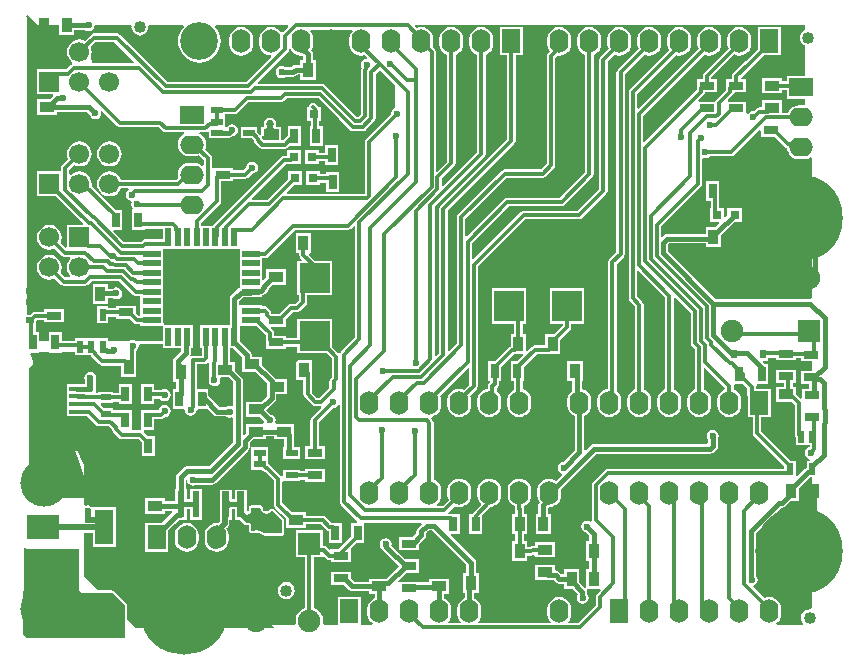
<source format=gtl>
G04*
G04 #@! TF.GenerationSoftware,Altium Limited,Altium Designer,19.0.15 (446)*
G04*
G04 Layer_Physical_Order=1*
G04 Layer_Color=255*
%FSLAX44Y44*%
%MOMM*%
G71*
G01*
G75*
%ADD11C,0.4000*%
%ADD12R,1.3500X0.4000*%
%ADD13R,1.4000X1.6000*%
%ADD14R,1.9000X1.9000*%
%ADD15R,1.6000X3.0000*%
%ADD16R,3.5000X2.2000*%
%ADD17R,0.6000X2.2000*%
%ADD18R,1.0000X0.5500*%
%ADD19R,0.5500X1.0000*%
%ADD20R,1.3000X0.9000*%
%ADD21R,0.9000X1.3000*%
%ADD22R,0.5588X0.6858*%
%ADD23R,0.6858X0.5588*%
%ADD24R,2.6000X2.5000*%
%ADD25R,2.5000X2.6000*%
%ADD26R,0.8000X0.8000*%
%ADD27R,2.7000X2.0000*%
%ADD28R,0.5500X1.5000*%
%ADD29R,1.5000X0.5500*%
%ADD30R,1.3000X0.7000*%
%ADD31R,0.7000X1.3000*%
%ADD32R,0.9000X0.6000*%
%ADD57R,1.9000X1.9000*%
%ADD58C,1.9000*%
%ADD67C,1.0160*%
%ADD68C,0.3000*%
%ADD69C,0.5000*%
%ADD70R,1.6000X2.0000*%
%ADD71O,1.6000X2.0000*%
%ADD72R,1.7000X1.7000*%
%ADD73C,1.7000*%
G04:AMPARAMS|DCode=74|XSize=2mm|YSize=1.2mm|CornerRadius=0.36mm|HoleSize=0mm|Usage=FLASHONLY|Rotation=0.000|XOffset=0mm|YOffset=0mm|HoleType=Round|Shape=RoundedRectangle|*
%AMROUNDEDRECTD74*
21,1,2.0000,0.4800,0,0,0.0*
21,1,1.2800,1.2000,0,0,0.0*
1,1,0.7200,0.6400,-0.2400*
1,1,0.7200,-0.6400,-0.2400*
1,1,0.7200,-0.6400,0.2400*
1,1,0.7200,0.6400,0.2400*
%
%ADD74ROUNDEDRECTD74*%
%ADD75C,4.0000*%
%ADD76C,3.2000*%
%ADD77R,2.0000X1.6000*%
%ADD78O,2.0000X1.6000*%
%ADD79C,7.4000*%
%ADD80C,0.6000*%
G36*
X15500Y521500D02*
X33500D01*
Y513500D01*
X46500D01*
Y517922D01*
X55078D01*
X55095Y517895D01*
X56749Y516790D01*
X58700Y516402D01*
X60651Y516790D01*
X62305Y517895D01*
X63410Y519549D01*
X63798Y521500D01*
X94093D01*
X94930Y520545D01*
X94859Y520000D01*
X95102Y518152D01*
X95815Y516429D01*
X96950Y514950D01*
X98429Y513816D01*
X100152Y513102D01*
X102000Y512859D01*
X103848Y513102D01*
X105570Y513816D01*
X107049Y514950D01*
X108184Y516429D01*
X108897Y518152D01*
X109141Y520000D01*
X109069Y520545D01*
X109907Y521500D01*
X138551D01*
X139151Y520230D01*
X137361Y518049D01*
X135690Y514922D01*
X134661Y511529D01*
X134313Y508000D01*
X134661Y504471D01*
X135690Y501078D01*
X137361Y497951D01*
X139611Y495210D01*
X142351Y492961D01*
X145478Y491290D01*
X148871Y490261D01*
X152400Y489913D01*
X155929Y490261D01*
X159322Y491290D01*
X162449Y492961D01*
X165189Y495210D01*
X167439Y497951D01*
X169110Y501078D01*
X170140Y504471D01*
X170487Y508000D01*
X170140Y511529D01*
X169110Y514922D01*
X167439Y518049D01*
X165649Y520230D01*
X166249Y521500D01*
X227291D01*
X227777Y520327D01*
X223137Y515687D01*
X221488Y515834D01*
X220492Y517132D01*
X218403Y518735D01*
X215970Y519743D01*
X213360Y520086D01*
X210749Y519743D01*
X208317Y518735D01*
X206228Y517132D01*
X204625Y515043D01*
X203617Y512611D01*
X203274Y510000D01*
Y506000D01*
X203617Y503390D01*
X204625Y500957D01*
X206228Y498868D01*
X208317Y497265D01*
X210749Y496257D01*
X212772Y495991D01*
X213245Y494668D01*
X192145Y473569D01*
X125478D01*
X85383Y513663D01*
X84226Y514437D01*
X82860Y514709D01*
X62800D01*
X61434Y514437D01*
X60277Y513663D01*
X55268Y508655D01*
X53541Y509370D01*
X50800Y509731D01*
X48059Y509370D01*
X45505Y508312D01*
X43311Y506629D01*
X41628Y504435D01*
X40570Y501881D01*
X40209Y499140D01*
X40570Y496399D01*
X41628Y493845D01*
X43311Y491651D01*
X44914Y490421D01*
X44598Y489063D01*
X44464Y489037D01*
X43306Y488263D01*
X39351Y484309D01*
X32400D01*
X32054Y484240D01*
X14900D01*
Y463240D01*
X28177D01*
X28703Y461970D01*
X25733Y459000D01*
X14500D01*
Y446000D01*
X31500D01*
Y448422D01*
X57331D01*
X59319Y446434D01*
X59540Y445319D01*
X60645Y443665D01*
X62299Y442560D01*
X64250Y442172D01*
X66201Y442560D01*
X67855Y443665D01*
X68960Y445319D01*
X69348Y447270D01*
X69080Y448617D01*
X70251Y449242D01*
X83017Y436476D01*
X84175Y435703D01*
X85540Y435431D01*
X117767D01*
X121222Y431977D01*
X122379Y431203D01*
X123745Y430932D01*
X139493D01*
X139745Y429661D01*
X138957Y429335D01*
X136868Y427732D01*
X135265Y425643D01*
X134258Y423211D01*
X133914Y420600D01*
X134258Y417990D01*
X135265Y415557D01*
X136868Y413468D01*
X138957Y411865D01*
X141390Y410858D01*
X144000Y410514D01*
X148000D01*
X150611Y410858D01*
X152085Y411468D01*
X155932Y407622D01*
Y403294D01*
X154662Y402693D01*
X153043Y403935D01*
X150611Y404943D01*
X148000Y405286D01*
X144000D01*
X141390Y404943D01*
X138957Y403935D01*
X136868Y402332D01*
X135265Y400243D01*
X134258Y397811D01*
X133914Y395200D01*
X134258Y392590D01*
X134319Y392443D01*
X132745Y390869D01*
X86087D01*
X85372Y392595D01*
X83689Y394789D01*
X81495Y396472D01*
X78941Y397530D01*
X76200Y397891D01*
X73459Y397530D01*
X70905Y396472D01*
X68711Y394789D01*
X67028Y392595D01*
X65970Y390041D01*
X65609Y387300D01*
X65970Y384559D01*
X67028Y382005D01*
X68711Y379812D01*
X70905Y378129D01*
X73459Y377071D01*
X76200Y376710D01*
X78941Y377071D01*
X81495Y378129D01*
X83689Y379812D01*
X85372Y382005D01*
X86087Y383732D01*
X92292D01*
X92677Y382462D01*
X91395Y381605D01*
X90290Y379951D01*
X89902Y378000D01*
X90290Y376049D01*
X91395Y374395D01*
X93049Y373290D01*
X94469Y373008D01*
X95142Y372141D01*
X95232Y371660D01*
X94902Y370000D01*
X95290Y368049D01*
X96145Y366770D01*
X95623Y365500D01*
X95000D01*
Y348500D01*
X106000D01*
Y349431D01*
X121250D01*
Y340239D01*
X106410D01*
X105045Y339967D01*
X103887Y339194D01*
X102882Y338189D01*
X88751D01*
X79613Y347327D01*
X80099Y348500D01*
X87000D01*
Y365500D01*
X81047D01*
X61141Y385405D01*
X61391Y387300D01*
X61030Y390041D01*
X59972Y392595D01*
X58289Y394789D01*
X56095Y396472D01*
X53541Y397530D01*
X50800Y397891D01*
X48059Y397530D01*
X45505Y396472D01*
X43639Y395040D01*
X42369Y395503D01*
Y399222D01*
X46332Y403186D01*
X48059Y402471D01*
X50800Y402110D01*
X53541Y402471D01*
X56095Y403529D01*
X58289Y405211D01*
X59972Y407405D01*
X61030Y409959D01*
X61391Y412700D01*
X61030Y415441D01*
X59972Y417995D01*
X58289Y420189D01*
X56095Y421872D01*
X53541Y422930D01*
X50800Y423291D01*
X48059Y422930D01*
X45505Y421872D01*
X43311Y420189D01*
X41628Y417995D01*
X40570Y415441D01*
X40209Y412700D01*
X40570Y409959D01*
X41286Y408232D01*
X36277Y403224D01*
X35503Y402066D01*
X35231Y400700D01*
Y397800D01*
X14900D01*
Y376800D01*
X30853D01*
X53980Y353674D01*
X53494Y352500D01*
X40300D01*
Y333943D01*
X39030Y333417D01*
X34915Y337533D01*
X35630Y339259D01*
X35991Y342000D01*
X35630Y344741D01*
X34572Y347296D01*
X32889Y349489D01*
X30695Y351172D01*
X28141Y352230D01*
X25400Y352591D01*
X22659Y352230D01*
X20105Y351172D01*
X17911Y349489D01*
X16228Y347296D01*
X15170Y344741D01*
X14809Y342000D01*
X15170Y339259D01*
X16228Y336705D01*
X17911Y334512D01*
X20105Y332829D01*
X22659Y331771D01*
X25400Y331410D01*
X28141Y331771D01*
X29868Y332486D01*
X36277Y326077D01*
X37434Y325303D01*
X38800Y325032D01*
X42597D01*
X43060Y323762D01*
X41628Y321896D01*
X40570Y319341D01*
X40209Y316600D01*
X40570Y313859D01*
X41628Y311305D01*
X43060Y309439D01*
X42597Y308169D01*
X38878D01*
X34915Y312133D01*
X35630Y313859D01*
X35991Y316600D01*
X35630Y319341D01*
X34572Y321896D01*
X32889Y324089D01*
X30695Y325772D01*
X28141Y326830D01*
X25400Y327191D01*
X22659Y326830D01*
X20105Y325772D01*
X17911Y324089D01*
X16228Y321896D01*
X15170Y319341D01*
X14809Y316600D01*
X15170Y313859D01*
X16228Y311305D01*
X17911Y309112D01*
X20105Y307429D01*
X22659Y306371D01*
X25400Y306010D01*
X28141Y306371D01*
X29868Y307086D01*
X34877Y302077D01*
X36034Y301303D01*
X37400Y301032D01*
X55771D01*
X57136Y301303D01*
X58294Y302077D01*
X61148Y304931D01*
X84419D01*
X89874Y299477D01*
X91032Y298703D01*
X91243Y298661D01*
X96428Y293477D01*
X97586Y292703D01*
X98951Y292431D01*
X102500D01*
Y283250D01*
Y275569D01*
X101018D01*
X98540Y278047D01*
Y284000D01*
X81540D01*
Y282069D01*
X75250D01*
Y283500D01*
X65750D01*
Y269500D01*
X75250D01*
Y274931D01*
X81540D01*
Y273000D01*
X93493D01*
X97016Y269477D01*
X98174Y268703D01*
X99540Y268431D01*
X102500D01*
Y267250D01*
X121250D01*
Y254000D01*
X99013D01*
X97951Y254710D01*
X96000Y255098D01*
X94049Y254710D01*
X92987Y254000D01*
X75250D01*
Y256500D01*
X67020D01*
X65750Y256500D01*
Y256500D01*
X65750D01*
Y256500D01*
X57520D01*
X56250Y256500D01*
Y256500D01*
X56250D01*
Y256500D01*
X46750D01*
Y254319D01*
X36000D01*
Y261500D01*
X25000D01*
Y254000D01*
X17000D01*
Y261500D01*
X13819D01*
Y267014D01*
X14429D01*
Y271555D01*
X14806Y271931D01*
X20500D01*
Y270000D01*
X37500D01*
Y281000D01*
X20500D01*
Y279069D01*
X13327D01*
X11962Y278797D01*
X10804Y278023D01*
X9383Y276602D01*
X6500D01*
Y528500D01*
X5731Y529269D01*
X5765Y529439D01*
X7143Y529857D01*
X15500Y521500D01*
D02*
G37*
G36*
X96918Y490482D02*
X96432Y489309D01*
X61894D01*
X60747Y495716D01*
X61030Y496399D01*
X61391Y499140D01*
X61030Y501881D01*
X60314Y503608D01*
X64278Y507571D01*
X79829D01*
X96918Y490482D01*
D02*
G37*
G36*
X282067Y516661D02*
X280825Y515043D01*
X279817Y512611D01*
X279474Y510000D01*
Y506000D01*
X279817Y503390D01*
X280825Y500957D01*
X282428Y498868D01*
X284517Y497265D01*
X286950Y496257D01*
X289560Y495914D01*
X292171Y496257D01*
X292406Y496355D01*
X294459Y494301D01*
X294150Y493491D01*
X293889Y493076D01*
X292049Y492710D01*
X290395Y491605D01*
X289290Y489951D01*
X288902Y488000D01*
X289290Y486049D01*
X289702Y485433D01*
X289431Y484071D01*
Y446200D01*
X287300Y444069D01*
X285667D01*
X258713Y471023D01*
X257555Y471797D01*
X256189Y472068D01*
X202398D01*
X201912Y473242D01*
X227383Y498713D01*
X228157Y499871D01*
X228429Y501236D01*
Y501492D01*
X229699Y501745D01*
X230025Y500957D01*
X231628Y498868D01*
X233717Y497265D01*
X236150Y496257D01*
X238760Y495914D01*
X239433Y496002D01*
X240422Y495096D01*
Y492500D01*
X238000D01*
Y488078D01*
X234000D01*
X232439Y487768D01*
X231116Y486884D01*
X231116Y486884D01*
X230311Y486078D01*
X224896D01*
X223951Y486710D01*
X222000Y487098D01*
X220049Y486710D01*
X218395Y485605D01*
X217290Y483951D01*
X216902Y482000D01*
X217290Y480049D01*
X218395Y478395D01*
X220049Y477290D01*
X222000Y476902D01*
X223951Y477290D01*
X224896Y477922D01*
X232000D01*
X232000Y477922D01*
X233561Y478232D01*
X234884Y479116D01*
X235689Y479922D01*
X238000D01*
Y475500D01*
X251000D01*
Y492500D01*
X248578D01*
Y497013D01*
X248578Y497013D01*
X248268Y498574D01*
X247384Y499897D01*
X246986Y500294D01*
X247495Y500957D01*
X248503Y503390D01*
X248846Y506000D01*
Y510000D01*
X248503Y512611D01*
X247495Y515043D01*
X246253Y516661D01*
X246854Y517932D01*
X281466D01*
X282067Y516661D01*
D02*
G37*
G36*
X665000Y517421D02*
X664430Y517185D01*
X662951Y516050D01*
X661816Y514571D01*
X661102Y512849D01*
X660859Y511000D01*
X661102Y509152D01*
X661816Y507430D01*
X662951Y505951D01*
X664430Y504816D01*
X665000Y504580D01*
Y479000D01*
X650000D01*
Y474068D01*
X645500D01*
Y477000D01*
X628501D01*
Y464000D01*
X645500D01*
Y466931D01*
X650000D01*
Y459000D01*
X665000D01*
Y454518D01*
X664045Y453680D01*
X664000Y453686D01*
X660000D01*
X657390Y453342D01*
X654957Y452335D01*
X652868Y450732D01*
X651265Y448643D01*
X650613Y447069D01*
X645500D01*
Y458000D01*
X628501D01*
Y452069D01*
X626312D01*
X625633Y451934D01*
X624947Y451797D01*
X624947Y451797D01*
X624947Y451797D01*
X624365Y451408D01*
X623789Y451023D01*
X621720Y448955D01*
X621000Y449098D01*
X619049Y448710D01*
X617395Y447605D01*
X616770Y446669D01*
X615500Y447054D01*
Y457000D01*
X600206D01*
X599720Y458174D01*
X604523Y462976D01*
X605297Y464134D01*
X605469Y465000D01*
X615500D01*
Y476000D01*
X611168D01*
X610817Y477270D01*
X619221Y485674D01*
X619365Y485703D01*
X620523Y486476D01*
X630047Y496000D01*
X645000D01*
Y520000D01*
X625000D01*
Y501047D01*
X616279Y492325D01*
X616134Y492297D01*
X614977Y491523D01*
X604477Y481023D01*
X603703Y479866D01*
X603432Y478500D01*
Y476000D01*
X598500D01*
Y468846D01*
X598431Y468500D01*
X598431Y468500D01*
X598431Y468500D01*
Y466978D01*
X589477Y458023D01*
X588793Y457000D01*
X575206D01*
X574720Y458174D01*
X579523Y462976D01*
X580297Y464134D01*
X580469Y465000D01*
X590500D01*
Y476000D01*
X586167D01*
X585817Y477270D01*
X605444Y496898D01*
X606990Y496257D01*
X609600Y495914D01*
X612211Y496257D01*
X614643Y497265D01*
X616732Y498868D01*
X618335Y500957D01*
X619343Y503390D01*
X619686Y506000D01*
Y510000D01*
X619343Y512611D01*
X618335Y515043D01*
X616732Y517132D01*
X614643Y518735D01*
X612211Y519743D01*
X609600Y520086D01*
X606990Y519743D01*
X604557Y518735D01*
X602468Y517132D01*
X600865Y515043D01*
X599857Y512611D01*
X599514Y510000D01*
Y506000D01*
X599857Y503390D01*
X600439Y501986D01*
X579477Y481023D01*
X578703Y479866D01*
X578431Y478500D01*
Y476000D01*
X573500D01*
Y468846D01*
X573431Y468500D01*
X573431Y468500D01*
X573431Y468500D01*
Y466978D01*
X529242Y422789D01*
X528069Y423275D01*
Y444822D01*
X580115Y496868D01*
X581590Y496257D01*
X584200Y495914D01*
X586810Y496257D01*
X589243Y497265D01*
X591332Y498868D01*
X592935Y500957D01*
X593943Y503390D01*
X594286Y506000D01*
Y510000D01*
X593943Y512611D01*
X592935Y515043D01*
X591332Y517132D01*
X589243Y518735D01*
X586810Y519743D01*
X584200Y520086D01*
X581590Y519743D01*
X579157Y518735D01*
X577068Y517132D01*
X575465Y515043D01*
X574457Y512611D01*
X574114Y510000D01*
Y506000D01*
X574457Y503390D01*
X575068Y501915D01*
X524242Y451089D01*
X523069Y451575D01*
Y463522D01*
X555917Y496370D01*
X556189Y496257D01*
X558800Y495914D01*
X561410Y496257D01*
X563843Y497265D01*
X565932Y498868D01*
X567535Y500957D01*
X568543Y503390D01*
X568886Y506000D01*
Y510000D01*
X568543Y512611D01*
X567535Y515043D01*
X565932Y517132D01*
X563843Y518735D01*
X561410Y519743D01*
X558800Y520086D01*
X556189Y519743D01*
X553757Y518735D01*
X551668Y517132D01*
X550065Y515043D01*
X549057Y512611D01*
X548714Y510000D01*
Y506000D01*
X549057Y503390D01*
X550065Y500957D01*
X550215Y500761D01*
X516977Y467523D01*
X516203Y466365D01*
X515932Y465000D01*
Y290500D01*
X516203Y289134D01*
X516977Y287976D01*
X521332Y283622D01*
Y213276D01*
X519857Y212665D01*
X517768Y211062D01*
X516165Y208973D01*
X515158Y206541D01*
X514814Y203930D01*
Y199930D01*
X515158Y197320D01*
X516165Y194887D01*
X517768Y192798D01*
X519857Y191195D01*
X522290Y190187D01*
X524900Y189844D01*
X527511Y190187D01*
X529943Y191195D01*
X532032Y192798D01*
X533635Y194887D01*
X534643Y197320D01*
X534986Y199930D01*
Y203930D01*
X534643Y206541D01*
X533635Y208973D01*
X532032Y211062D01*
X529943Y212665D01*
X528469Y213276D01*
Y285100D01*
X528197Y286465D01*
X527424Y287623D01*
X523069Y291978D01*
Y313225D01*
X524242Y313711D01*
X546732Y291222D01*
Y213276D01*
X545257Y212665D01*
X543168Y211062D01*
X541565Y208973D01*
X540558Y206541D01*
X540214Y203930D01*
Y199930D01*
X540558Y197320D01*
X541565Y194887D01*
X543168Y192798D01*
X545257Y191195D01*
X547690Y190187D01*
X550300Y189844D01*
X552911Y190187D01*
X555343Y191195D01*
X557432Y192798D01*
X559035Y194887D01*
X560043Y197320D01*
X560386Y199930D01*
Y203930D01*
X560043Y206541D01*
X559035Y208973D01*
X557432Y211062D01*
X555343Y212665D01*
X553869Y213276D01*
Y290772D01*
X555042Y291258D01*
X568431Y277869D01*
Y252579D01*
X568703Y251214D01*
X569477Y250056D01*
X572132Y247401D01*
Y213276D01*
X570657Y212665D01*
X568568Y211062D01*
X566965Y208973D01*
X565958Y206541D01*
X565614Y203930D01*
Y199930D01*
X565958Y197320D01*
X566965Y194887D01*
X568568Y192798D01*
X570657Y191195D01*
X573090Y190187D01*
X575700Y189844D01*
X578311Y190187D01*
X580743Y191195D01*
X582832Y192798D01*
X584435Y194887D01*
X585443Y197320D01*
X585786Y199930D01*
Y203930D01*
X585443Y206541D01*
X584435Y208973D01*
X582832Y211062D01*
X580743Y212665D01*
X579269Y213276D01*
Y231025D01*
X580442Y231511D01*
X597504Y214449D01*
X597382Y213214D01*
X596057Y212665D01*
X593968Y211062D01*
X592365Y208973D01*
X591358Y206541D01*
X591014Y203930D01*
Y199930D01*
X591358Y197320D01*
X592365Y194887D01*
X593968Y192798D01*
X596057Y191195D01*
X598490Y190187D01*
X601100Y189844D01*
X603711Y190187D01*
X606143Y191195D01*
X608232Y192798D01*
X609835Y194887D01*
X610843Y197320D01*
X611186Y199930D01*
Y203930D01*
X610843Y206541D01*
X609835Y208973D01*
X608232Y211062D01*
X606143Y212665D01*
X604669Y213276D01*
Y215900D01*
X604603Y216230D01*
X605645Y217500D01*
X612953D01*
X616432Y214022D01*
Y208430D01*
X616500Y208086D01*
Y189930D01*
X620781D01*
Y176400D01*
X621053Y175034D01*
X621826Y173877D01*
X647750Y147953D01*
Y146068D01*
X498006D01*
X496641Y145797D01*
X495483Y145023D01*
X488984Y138524D01*
X488983Y138523D01*
X485477Y135017D01*
X484703Y133859D01*
X484431Y132493D01*
Y103000D01*
X484604Y102133D01*
X483476Y101359D01*
X482951Y101710D01*
X481000Y102098D01*
X479049Y101710D01*
X477395Y100605D01*
X476290Y98951D01*
X475902Y97000D01*
X476290Y95049D01*
X477395Y93395D01*
X479049Y92290D01*
X479488Y92203D01*
X482422Y89270D01*
Y84700D01*
X480000D01*
Y67700D01*
X482422D01*
Y61500D01*
X480000D01*
Y46064D01*
X478730Y45538D01*
X474000Y50268D01*
Y61500D01*
X461000D01*
Y57078D01*
X458689D01*
X456884Y58884D01*
X455561Y59768D01*
X454000Y60079D01*
X453500Y61156D01*
Y65000D01*
X436500D01*
Y52000D01*
X447106D01*
X447500Y51922D01*
X452311D01*
X454116Y50116D01*
X454116Y50116D01*
X455439Y49232D01*
X457000Y48922D01*
X461000D01*
Y44500D01*
X468232D01*
X472537Y40195D01*
Y39323D01*
X472289Y38951D01*
X471900Y37000D01*
X472289Y35049D01*
X473394Y33395D01*
X475047Y32290D01*
X476998Y31902D01*
X478949Y32290D01*
X480603Y33395D01*
X481708Y35049D01*
X482096Y37000D01*
X481708Y38951D01*
X480694Y40469D01*
Y41885D01*
X480426Y43230D01*
X480854Y44049D01*
X481206Y44500D01*
X491657D01*
X492183Y43230D01*
X488977Y40023D01*
X488203Y38866D01*
X487932Y37500D01*
Y30478D01*
X473454Y16000D01*
X472922Y15468D01*
X465294D01*
X464693Y16739D01*
X465935Y18357D01*
X466943Y20789D01*
X467286Y23400D01*
Y27400D01*
X466943Y30010D01*
X465935Y32443D01*
X464332Y34532D01*
X462243Y36135D01*
X459810Y37143D01*
X457200Y37486D01*
X454590Y37143D01*
X452157Y36135D01*
X450068Y34532D01*
X448465Y32443D01*
X447457Y30010D01*
X447114Y27400D01*
Y23400D01*
X447457Y20789D01*
X448465Y18357D01*
X449707Y16739D01*
X449106Y15468D01*
X389094D01*
X388493Y16739D01*
X389735Y18357D01*
X390743Y20789D01*
X391086Y23400D01*
Y27400D01*
X390743Y30010D01*
X389735Y32443D01*
X388132Y34532D01*
X386043Y36135D01*
X385078Y36535D01*
Y40500D01*
X389000D01*
Y57500D01*
X386578D01*
Y66399D01*
X386268Y67960D01*
X385384Y69283D01*
X385384Y69283D01*
X365340Y89327D01*
X365826Y90500D01*
X373000D01*
Y107500D01*
X365846D01*
X365500Y107569D01*
X363168D01*
X362656Y108839D01*
X368415Y114598D01*
X369890Y113987D01*
X372500Y113644D01*
X375111Y113987D01*
X377543Y114995D01*
X379632Y116598D01*
X381235Y118687D01*
X382243Y121119D01*
X382586Y123730D01*
Y127730D01*
X382243Y130340D01*
X381235Y132773D01*
X379632Y134862D01*
X377543Y136465D01*
X375111Y137473D01*
X372500Y137816D01*
X369890Y137473D01*
X367457Y136465D01*
X365368Y134862D01*
X363765Y132773D01*
X362758Y130340D01*
X362414Y127730D01*
Y123730D01*
X362758Y121119D01*
X363368Y119645D01*
X358292Y114569D01*
X353674D01*
X353243Y115839D01*
X354232Y116598D01*
X355835Y118687D01*
X356843Y121119D01*
X357186Y123730D01*
Y127730D01*
X356843Y130340D01*
X355835Y132773D01*
X354232Y134862D01*
X352143Y136465D01*
X350669Y137076D01*
Y185243D01*
X350397Y186608D01*
X349623Y187766D01*
X348695Y188695D01*
X348626Y188764D01*
X349081Y190105D01*
X349711Y190187D01*
X352143Y191195D01*
X354232Y192798D01*
X355835Y194887D01*
X356843Y197320D01*
X357186Y199930D01*
Y203930D01*
X356843Y206541D01*
X356232Y208015D01*
X379758Y231541D01*
X380931Y231055D01*
Y217408D01*
X376585Y213062D01*
X375111Y213673D01*
X372500Y214016D01*
X369890Y213673D01*
X367457Y212665D01*
X365368Y211062D01*
X363765Y208973D01*
X362758Y206541D01*
X362414Y203930D01*
Y199930D01*
X362758Y197320D01*
X363765Y194887D01*
X365368Y192798D01*
X367457Y191195D01*
X369890Y190187D01*
X372500Y189844D01*
X375111Y190187D01*
X377543Y191195D01*
X379632Y192798D01*
X381235Y194887D01*
X382243Y197320D01*
X382586Y199930D01*
Y203930D01*
X382243Y206541D01*
X381632Y208015D01*
D01*
X387023Y213407D01*
X387797Y214564D01*
X388069Y215930D01*
Y228069D01*
Y317022D01*
X428478Y357431D01*
X474000D01*
X475366Y357703D01*
X476523Y358477D01*
X497024Y378977D01*
X497797Y380135D01*
X498069Y381500D01*
Y491022D01*
X503915Y496868D01*
X505390Y496257D01*
X508000Y495914D01*
X510611Y496257D01*
X513043Y497265D01*
X515132Y498868D01*
X516735Y500957D01*
X517743Y503390D01*
X518086Y506000D01*
Y510000D01*
X517743Y512611D01*
X516735Y515043D01*
X515132Y517132D01*
X513043Y518735D01*
X510611Y519743D01*
X508000Y520086D01*
X505390Y519743D01*
X502957Y518735D01*
X500868Y517132D01*
X499265Y515043D01*
X498257Y512611D01*
X497914Y510000D01*
Y506000D01*
X498257Y503390D01*
X498868Y501915D01*
X491977Y495024D01*
X491203Y493866D01*
X490932Y492500D01*
Y382979D01*
X472522Y364569D01*
X427000D01*
X425634Y364297D01*
X424477Y363523D01*
X384242Y323289D01*
X383069Y323775D01*
Y337022D01*
X414478Y368431D01*
X459000D01*
X460365Y368703D01*
X461523Y369476D01*
X485123Y393077D01*
X485897Y394234D01*
X486169Y395600D01*
Y496654D01*
X487643Y497265D01*
X489732Y498868D01*
X491335Y500957D01*
X492343Y503390D01*
X492686Y506000D01*
Y510000D01*
X492343Y512611D01*
X491335Y515043D01*
X489732Y517132D01*
X487643Y518735D01*
X485210Y519743D01*
X482600Y520086D01*
X479990Y519743D01*
X477557Y518735D01*
X475468Y517132D01*
X473865Y515043D01*
X472857Y512611D01*
X472514Y510000D01*
Y506000D01*
X472857Y503390D01*
X473865Y500957D01*
X475468Y498868D01*
X477557Y497265D01*
X479031Y496654D01*
Y397078D01*
X457522Y375568D01*
X413000D01*
X411634Y375297D01*
X410477Y374523D01*
X378742Y342788D01*
X377568Y343274D01*
Y357522D01*
X412478Y392432D01*
X443000D01*
X444365Y392703D01*
X444365Y392703D01*
X444366Y392703D01*
X444947Y393092D01*
X445523Y393477D01*
X452523Y400476D01*
X452523Y400476D01*
X452523Y400477D01*
X452908Y401052D01*
X453297Y401634D01*
X453297Y401634D01*
X453297Y401634D01*
X453569Y403000D01*
Y494044D01*
X455643Y496119D01*
X457200Y495914D01*
X459810Y496257D01*
X462243Y497265D01*
X464332Y498868D01*
X465935Y500957D01*
X466943Y503390D01*
X467286Y506000D01*
Y510000D01*
X466943Y512611D01*
X465935Y515043D01*
X464332Y517132D01*
X462243Y518735D01*
X459810Y519743D01*
X457200Y520086D01*
X454590Y519743D01*
X452157Y518735D01*
X450068Y517132D01*
X448465Y515043D01*
X447457Y512611D01*
X447114Y510000D01*
Y506000D01*
X447457Y503390D01*
X448465Y500957D01*
X449300Y499869D01*
X447477Y498046D01*
X446703Y496888D01*
X446432Y495522D01*
Y404478D01*
X441522Y399569D01*
X411000D01*
X409634Y399297D01*
X408477Y398524D01*
X371476Y361523D01*
X370703Y360366D01*
X370431Y359000D01*
Y252144D01*
X363742Y245454D01*
X362569Y245940D01*
Y364762D01*
X419083Y421277D01*
X419857Y422434D01*
X420129Y423800D01*
Y496000D01*
X426560D01*
Y520000D01*
X406560D01*
Y496000D01*
X412991D01*
Y425278D01*
X356477Y368763D01*
X355703Y367606D01*
X355432Y366240D01*
Y244215D01*
X352742Y241525D01*
X351568Y242011D01*
Y367980D01*
X393683Y410095D01*
X394457Y411252D01*
X394729Y412618D01*
Y496654D01*
X396203Y497265D01*
X398292Y498868D01*
X399895Y500957D01*
X400903Y503390D01*
X401246Y506000D01*
Y510000D01*
X400903Y512611D01*
X399895Y515043D01*
X398292Y517132D01*
X396203Y518735D01*
X393770Y519743D01*
X391160Y520086D01*
X388549Y519743D01*
X386117Y518735D01*
X384028Y517132D01*
X382425Y515043D01*
X381417Y512611D01*
X381074Y510000D01*
Y506000D01*
X381417Y503390D01*
X382425Y500957D01*
X384028Y498868D01*
X386117Y497265D01*
X387591Y496654D01*
Y414096D01*
X358742Y385246D01*
X357568Y385732D01*
Y391380D01*
X368283Y402095D01*
X369057Y403252D01*
X369329Y404618D01*
Y496654D01*
X370803Y497265D01*
X372892Y498868D01*
X374495Y500957D01*
X375503Y503390D01*
X375846Y506000D01*
Y510000D01*
X375503Y512611D01*
X374495Y515043D01*
X372892Y517132D01*
X370803Y518735D01*
X368371Y519743D01*
X365760Y520086D01*
X363149Y519743D01*
X360717Y518735D01*
X358628Y517132D01*
X357025Y515043D01*
X356017Y512611D01*
X355674Y510000D01*
Y506000D01*
X356017Y503390D01*
X357025Y500957D01*
X358628Y498868D01*
X360717Y497265D01*
X362191Y496654D01*
Y406096D01*
X353742Y397647D01*
X352569Y398133D01*
Y499360D01*
X352297Y500726D01*
X351523Y501883D01*
X350078Y503329D01*
X350103Y503390D01*
X350446Y506000D01*
Y510000D01*
X350103Y512611D01*
X349095Y515043D01*
X347492Y517132D01*
X345403Y518735D01*
X342971Y519743D01*
X340360Y520086D01*
X337749Y519743D01*
X336275Y519132D01*
X334580Y520827D01*
X335066Y522000D01*
X665000D01*
Y517421D01*
D02*
G37*
G36*
X318000Y470761D02*
Y451337D01*
X316395Y450265D01*
X315290Y448611D01*
X314902Y446660D01*
X314910Y446617D01*
X293777Y425484D01*
X293003Y424326D01*
X292732Y422960D01*
Y378849D01*
X292451Y378569D01*
X226775D01*
X226289Y379742D01*
X232547Y386000D01*
X239500D01*
Y398000D01*
X227500D01*
Y391047D01*
X209997Y373543D01*
X197050D01*
X196564Y374717D01*
X225779Y403932D01*
X230000D01*
X230344Y404000D01*
X238500D01*
Y416000D01*
X226500D01*
Y411069D01*
X224301D01*
X222935Y410797D01*
X221777Y410024D01*
X164727Y352973D01*
X163953Y351815D01*
X163891Y351500D01*
X153569D01*
Y354058D01*
X169523Y370013D01*
X169523Y370013D01*
X170297Y371171D01*
X170569Y372537D01*
Y389700D01*
X180500D01*
Y391632D01*
X191200D01*
X192566Y391903D01*
X193723Y392677D01*
X196957Y395910D01*
X197000Y395902D01*
X198951Y396290D01*
X200605Y397395D01*
X201710Y399049D01*
X202098Y401000D01*
X201710Y402951D01*
X200605Y404605D01*
X198951Y405710D01*
X197000Y406098D01*
X195049Y405710D01*
X193395Y404605D01*
X192290Y402951D01*
X191902Y401000D01*
X191910Y400957D01*
X189722Y398769D01*
X180500D01*
Y400700D01*
X163500D01*
X163069Y401791D01*
Y409100D01*
X162797Y410466D01*
X162024Y411623D01*
X157132Y416515D01*
X157743Y417990D01*
X158087Y420600D01*
X157743Y423211D01*
X156735Y425643D01*
X155132Y427732D01*
X153043Y429335D01*
X152255Y429661D01*
X152508Y430932D01*
X157450D01*
X158816Y431203D01*
X159230Y431480D01*
X160500Y430801D01*
Y425750D01*
X174500D01*
Y426421D01*
X177749D01*
X177749Y426421D01*
X179310Y426732D01*
X180633Y427616D01*
X180836Y427819D01*
X181951Y428041D01*
X183605Y429146D01*
X184710Y430800D01*
X185098Y432751D01*
X184710Y434701D01*
X183605Y436355D01*
X181951Y437460D01*
X180000Y437849D01*
X178049Y437460D01*
X176395Y436355D01*
X175770Y435419D01*
X174500Y435804D01*
Y443480D01*
X174500Y444750D01*
X174500D01*
Y444750D01*
X174500D01*
Y446281D01*
X182150D01*
X183516Y446553D01*
X184673Y447326D01*
X193778Y456432D01*
X221285D01*
X222650Y456703D01*
X223808Y457477D01*
X226263Y459931D01*
X252640D01*
X279595Y432977D01*
X280753Y432203D01*
X282118Y431932D01*
X290849D01*
X292215Y432203D01*
X293372Y432977D01*
X300523Y440128D01*
X301297Y441285D01*
X301568Y442651D01*
Y480522D01*
X304904Y483857D01*
X318000Y470761D01*
D02*
G37*
G36*
X627500Y432244D02*
Y427000D01*
X639454D01*
X648290Y418164D01*
X649447Y417391D01*
X650036Y417273D01*
X650258Y415589D01*
X651265Y413157D01*
X652868Y411068D01*
X654957Y409465D01*
X657390Y408457D01*
X660000Y408114D01*
X664000D01*
X666611Y408457D01*
X669043Y409465D01*
X669611Y409901D01*
X670750Y409339D01*
Y290862D01*
X669769Y290056D01*
X669657Y290078D01*
X669657Y290078D01*
X589189D01*
X549078Y330189D01*
Y335796D01*
X550204Y336922D01*
X581000D01*
Y333500D01*
X594000D01*
Y343732D01*
X605268Y355000D01*
X611500D01*
Y367000D01*
X599500D01*
Y360768D01*
X597673Y358941D01*
X596500Y359427D01*
Y367000D01*
X592319D01*
Y372500D01*
X592500D01*
Y389500D01*
X581500D01*
Y372500D01*
X585182D01*
Y367000D01*
X584500D01*
Y355000D01*
X592073D01*
X592559Y353827D01*
X589232Y350500D01*
X581000D01*
Y345078D01*
X548515D01*
X548515Y345078D01*
X546954Y344768D01*
X545631Y343884D01*
X545631Y343884D01*
X544242Y342495D01*
X543069Y342981D01*
Y351278D01*
X576767Y384977D01*
X577541Y386135D01*
X577812Y387500D01*
Y408534D01*
X579082Y409233D01*
X580744Y408902D01*
X582695Y409290D01*
X584348Y410395D01*
X584506Y410631D01*
X602750D01*
X604116Y410903D01*
X605274Y411676D01*
X626327Y432730D01*
X627500Y432244D01*
D02*
G37*
G36*
X284262Y351555D02*
Y257309D01*
X272277Y245324D01*
X271556Y244244D01*
X271418Y244149D01*
X270154Y243893D01*
X265000Y249047D01*
Y273000D01*
X235000D01*
Y256569D01*
X225500D01*
Y258500D01*
X215568D01*
Y260750D01*
X215296Y262116D01*
X214523Y263274D01*
X212470Y265327D01*
X212956Y266500D01*
X225500D01*
Y272453D01*
X231728Y278681D01*
X234942D01*
X236308Y278953D01*
X237466Y279727D01*
X242523Y284784D01*
X243297Y285942D01*
X243569Y287308D01*
Y293000D01*
X265000D01*
Y322000D01*
X250547D01*
X245317Y327230D01*
X245843Y328500D01*
X247000D01*
Y345500D01*
X234000D01*
Y328500D01*
X236931D01*
Y327000D01*
X237203Y325634D01*
X237976Y324477D01*
X239280Y323173D01*
X238794Y322000D01*
X235000D01*
Y293000D01*
X236432D01*
Y288786D01*
X233464Y285819D01*
X230250D01*
X228884Y285547D01*
X227727Y284773D01*
X220453Y277500D01*
X213547D01*
X213447Y277600D01*
Y278121D01*
X213176Y279487D01*
X212402Y280645D01*
X210523Y282523D01*
X209366Y283297D01*
X208000Y283568D01*
X205500D01*
Y284750D01*
X186500D01*
X186078Y285845D01*
Y288218D01*
X189033Y291172D01*
X195250D01*
X195250Y291171D01*
X195644Y291250D01*
X205500D01*
Y292839D01*
X206218Y292982D01*
X207541Y293866D01*
X210384Y296709D01*
X210384Y296709D01*
X211268Y298032D01*
X211509Y299241D01*
X214268Y302000D01*
X225500D01*
Y315000D01*
X208500D01*
Y307768D01*
X206673Y305942D01*
X205500Y306428D01*
Y315250D01*
Y324431D01*
X208000D01*
X209366Y324703D01*
X210523Y325476D01*
X233478Y348431D01*
X278000D01*
X279366Y348703D01*
X280523Y349476D01*
X283088Y352042D01*
X284262Y351555D01*
D02*
G37*
G36*
X186500Y323250D02*
Y315250D01*
Y307250D01*
Y299161D01*
X185783Y299018D01*
X184459Y298134D01*
X179116Y292791D01*
X178232Y291467D01*
X177922Y289907D01*
X177922Y289907D01*
Y267500D01*
X153250D01*
Y248500D01*
X154432D01*
Y241699D01*
X147000D01*
X145634Y241427D01*
X145455Y241307D01*
X144539Y242223D01*
X145018Y242940D01*
X145329Y244500D01*
X145329Y244501D01*
Y248500D01*
X146750D01*
Y267500D01*
X123239D01*
X123134Y268030D01*
X122692Y268692D01*
X122030Y269134D01*
X121500Y269239D01*
Y275250D01*
Y283250D01*
Y291250D01*
Y299250D01*
Y307250D01*
Y315250D01*
Y323250D01*
Y332500D01*
X186500D01*
Y323250D01*
D02*
G37*
G36*
X640500Y238000D02*
X657500D01*
Y239932D01*
X661500D01*
Y237000D01*
X670750D01*
Y229000D01*
X661500D01*
Y218000D01*
X668922D01*
Y214000D01*
X662501D01*
Y205706D01*
X661327Y205219D01*
X657250Y209297D01*
Y215500D01*
X654568D01*
Y219000D01*
X657500D01*
Y230000D01*
X640500D01*
Y219000D01*
X647431D01*
Y215500D01*
X640250D01*
Y202500D01*
X653953D01*
X656431Y200022D01*
Y175000D01*
X656703Y173634D01*
X657250Y172815D01*
Y165999D01*
X665480D01*
X666750Y165999D01*
Y165999D01*
X666750D01*
Y165999D01*
X669432D01*
Y164485D01*
X668049Y164210D01*
X666395Y163105D01*
X665290Y161451D01*
X664902Y159500D01*
X665290Y157549D01*
X666395Y155895D01*
X668049Y154790D01*
X668935Y154614D01*
X669764Y153159D01*
X669707Y153000D01*
X666750D01*
Y146929D01*
X665939Y146768D01*
X665000Y146140D01*
D01*
X664616Y145884D01*
X664616Y145884D01*
X658520Y139788D01*
X657250Y140314D01*
D01*
Y153000D01*
X652797D01*
X627918Y177878D01*
Y189930D01*
X636500D01*
Y213930D01*
X623569D01*
Y215500D01*
X623424Y216230D01*
X624229Y217418D01*
X624367Y217500D01*
X634000D01*
Y234500D01*
X631267D01*
X629370Y236398D01*
X629856Y237571D01*
X633986D01*
Y240182D01*
X640500D01*
Y238000D01*
D02*
G37*
G36*
X160846Y235891D02*
X160833Y235826D01*
Y223764D01*
X160290Y222951D01*
X159902Y221000D01*
X160290Y219049D01*
X161395Y217395D01*
X163049Y216290D01*
X165000Y215902D01*
X166230Y216147D01*
X166951Y216290D01*
X168605Y217395D01*
X169710Y219049D01*
X170098Y221000D01*
X169878Y222106D01*
X170837Y223376D01*
X177134D01*
X180922Y219589D01*
Y199972D01*
X179652Y199269D01*
X178000Y199598D01*
X176049Y199210D01*
X175104Y198578D01*
X169189D01*
X166327Y201441D01*
X160079Y207689D01*
Y209000D01*
X160000Y209394D01*
Y213500D01*
X150569D01*
Y234562D01*
X156243D01*
X157608Y234833D01*
X158766Y235607D01*
X159676Y236516D01*
X160846Y235891D01*
D02*
G37*
G36*
X188421Y241061D02*
Y237000D01*
X188421Y237000D01*
X188500Y236606D01*
Y228000D01*
X199732D01*
X209422Y218310D01*
Y218000D01*
X209422Y218000D01*
X209500Y217606D01*
Y213394D01*
X209422Y213000D01*
X209422Y213000D01*
Y207689D01*
X204732Y203000D01*
X192000D01*
Y190000D01*
X203233D01*
X207068Y186164D01*
X207246Y185270D01*
X206580Y184000D01*
X192000D01*
Y176768D01*
X190252Y175019D01*
X189078Y175505D01*
Y221278D01*
X189078Y221278D01*
X188768Y222839D01*
X187884Y224162D01*
X182902Y229144D01*
Y236376D01*
X178078D01*
Y248500D01*
X180982D01*
X188421Y241061D01*
D02*
G37*
G36*
X208431Y259272D02*
Y255000D01*
X208431Y255000D01*
X208431Y255000D01*
X208500Y254654D01*
Y247500D01*
X225500D01*
Y249432D01*
X235000D01*
Y244000D01*
X259953D01*
X264431Y239522D01*
Y223528D01*
X263426Y222523D01*
X262653Y221366D01*
X262381Y220000D01*
Y214701D01*
X253748Y206069D01*
X252148D01*
X247568Y210649D01*
Y227000D01*
X247500Y227345D01*
Y238500D01*
X234500D01*
Y221500D01*
X240431D01*
Y209170D01*
X240703Y207805D01*
X241476Y206647D01*
X248147Y199977D01*
X249305Y199203D01*
X250670Y198931D01*
X254993D01*
X255379Y198371D01*
X255560Y197703D01*
X247477Y189619D01*
X246703Y188461D01*
X246431Y187096D01*
Y165000D01*
X241500D01*
Y154000D01*
X258500D01*
Y165000D01*
X253569D01*
Y185618D01*
X265457Y197507D01*
X265500Y197498D01*
X267451Y197886D01*
X269105Y198991D01*
X269961Y200273D01*
X271231Y199888D01*
Y118200D01*
X271503Y116834D01*
X272277Y115677D01*
X286184Y101770D01*
X285807Y100613D01*
X285719Y100500D01*
X281000D01*
Y88977D01*
X270023Y78000D01*
X263500D01*
Y78000D01*
X262512Y77591D01*
X260079Y80023D01*
X258922Y80797D01*
X257556Y81068D01*
X257000D01*
Y94000D01*
X234000D01*
Y72341D01*
D01*
Y71000D01*
X241931D01*
Y28469D01*
X239700Y27545D01*
X237298Y25702D01*
X235455Y23299D01*
X234296Y20502D01*
X233901Y17500D01*
X234194Y15270D01*
X233228Y14000D01*
X213500D01*
X215327Y12173D01*
X214841Y11000D01*
X154605D01*
X149575Y5970D01*
X148363Y6350D01*
X147530Y11000D01*
X99000D01*
X91039Y18961D01*
Y30550D01*
X90884Y31330D01*
X90442Y31992D01*
X79992Y42442D01*
X79330Y42884D01*
X78550Y43039D01*
X66961D01*
X55000Y55000D01*
Y91912D01*
X62000D01*
Y79500D01*
X82000D01*
Y113500D01*
X62000D01*
X60953Y114040D01*
X59951Y114710D01*
X58000Y115098D01*
X56270Y114754D01*
X55000Y115420D01*
Y121000D01*
X8000D01*
Y230527D01*
X12721Y235249D01*
X9000Y242840D01*
X10660Y244500D01*
X17000D01*
Y245000D01*
X25000D01*
Y244500D01*
X36000D01*
Y245000D01*
X46750D01*
Y242500D01*
X54980D01*
X56250Y242500D01*
Y242500D01*
X56250D01*
Y242500D01*
X60704D01*
X60813Y242391D01*
X60953Y241685D01*
X61727Y240527D01*
X67777Y234477D01*
X68935Y233703D01*
X70301Y233432D01*
X86000D01*
Y223500D01*
X99000D01*
Y234655D01*
X99069Y235000D01*
Y246037D01*
X99605Y246395D01*
X100710Y248049D01*
X101098Y250000D01*
X100961Y250691D01*
X102003Y251961D01*
X121250D01*
Y248500D01*
X137172D01*
Y246190D01*
X131116Y240134D01*
X130232Y238811D01*
X129922Y237250D01*
X129922Y237250D01*
Y234500D01*
X129922Y234500D01*
X129950Y234356D01*
Y219470D01*
X132672D01*
Y213500D01*
X130000D01*
Y196500D01*
X139492D01*
X139902Y196000D01*
X140290Y194049D01*
X141395Y192395D01*
X143049Y191290D01*
X145000Y190902D01*
X146951Y191290D01*
X148605Y192395D01*
X149710Y194049D01*
X150098Y196000D01*
X151293Y196500D01*
X159733D01*
X164616Y191616D01*
X164616Y191616D01*
X165939Y190732D01*
X167500Y190422D01*
X175104D01*
X176049Y189790D01*
X178000Y189402D01*
X179652Y189731D01*
X180922Y189028D01*
Y182578D01*
Y168532D01*
X160467Y148078D01*
X141500D01*
X141500Y148078D01*
X139939Y147768D01*
X138616Y146884D01*
X138616Y146884D01*
X133716Y141984D01*
X132832Y140661D01*
X132522Y139100D01*
X132522Y139100D01*
Y129000D01*
X131600D01*
Y118579D01*
X123500D01*
Y121000D01*
X106500D01*
Y108000D01*
X123500D01*
Y110422D01*
X129058D01*
X129584Y109152D01*
X120432Y100000D01*
X106200D01*
Y76000D01*
X126200D01*
Y94232D01*
X131652Y99685D01*
X134890Y102922D01*
X135600D01*
X135600Y102922D01*
X135994Y103000D01*
X141600D01*
Y111922D01*
X144300D01*
Y103000D01*
X154300D01*
Y129000D01*
X144300D01*
Y120079D01*
X141600D01*
Y129000D01*
X140679D01*
Y136341D01*
D01*
X141948Y136466D01*
D01*
D01*
X142254Y134933D01*
X142290Y134749D01*
X143395Y133095D01*
X145049Y131990D01*
X147000Y131602D01*
X148951Y131990D01*
X149896Y132622D01*
X163342D01*
X163342Y132622D01*
X164903Y132932D01*
X166226Y133816D01*
X192730Y160320D01*
X193884Y161474D01*
X193884Y161474D01*
X194768Y162797D01*
X195078Y164358D01*
Y168311D01*
X197768Y171000D01*
X209000D01*
Y173422D01*
X215500D01*
Y171000D01*
X224422D01*
Y164250D01*
X223500D01*
Y154750D01*
X237500D01*
Y164250D01*
X232578D01*
Y175000D01*
X232500Y175394D01*
Y184000D01*
X217420D01*
X216754Y185270D01*
X217098Y187000D01*
X216710Y188951D01*
X215605Y190605D01*
X213951Y191710D01*
X212836Y191932D01*
X209018Y195750D01*
X216384Y203116D01*
X216384Y203116D01*
X217268Y204439D01*
X217578Y206000D01*
X217578Y206000D01*
Y209000D01*
X226500D01*
Y222000D01*
X216974D01*
X216384Y222884D01*
X216384Y222884D01*
X205500Y233768D01*
Y241000D01*
X196578D01*
Y242750D01*
X196268Y244311D01*
X195384Y245634D01*
X186750Y254268D01*
Y267250D01*
X200453D01*
X208431Y259272D01*
D02*
G37*
G36*
X670750Y138921D02*
Y27874D01*
X669795Y27036D01*
X669000Y27141D01*
X667152Y26898D01*
X666554Y26650D01*
X665429Y26184D01*
X663950Y25050D01*
X662816Y23570D01*
X662102Y21848D01*
X661859Y20000D01*
X662102Y18152D01*
X662816Y16429D01*
X663705Y15270D01*
X663250Y14000D01*
X641263D01*
X640832Y15270D01*
X642132Y16268D01*
X643735Y18357D01*
X644743Y20789D01*
X645086Y23400D01*
Y27400D01*
X644743Y30010D01*
X643735Y32443D01*
X642132Y34532D01*
X640043Y36135D01*
X637611Y37143D01*
X635000Y37486D01*
X632389Y37143D01*
X630915Y36532D01*
X621407Y46040D01*
X621776Y47255D01*
X621951Y47290D01*
X623605Y48395D01*
X624710Y50049D01*
X625098Y52000D01*
X624710Y53951D01*
X623605Y55605D01*
X623301Y55808D01*
Y91316D01*
X645107Y113122D01*
X645700D01*
X645700Y113122D01*
X647261Y113432D01*
X648584Y114316D01*
X652767Y118500D01*
X660000D01*
Y129732D01*
X663827Y133559D01*
X669189Y138921D01*
X670750D01*
X670750Y138921D01*
D02*
G37*
G36*
X340591Y99258D02*
X337273Y95940D01*
X336389Y94617D01*
X336078Y93056D01*
X336078Y93056D01*
Y91346D01*
X332732Y88000D01*
X321500D01*
Y77000D01*
X338500D01*
Y82233D01*
X343041Y86773D01*
X343041Y86773D01*
X343925Y88096D01*
X344235Y89657D01*
X344235Y89657D01*
Y91367D01*
D01*
X346790Y93922D01*
X349210D01*
X378422Y64710D01*
Y57500D01*
X376000D01*
Y40500D01*
X376922D01*
Y36535D01*
X375957Y36135D01*
X373868Y34532D01*
X372265Y32443D01*
X371257Y30010D01*
X370914Y27400D01*
Y23400D01*
X371257Y20789D01*
X372265Y18357D01*
X373507Y16739D01*
X372906Y15468D01*
X363694D01*
X363093Y16739D01*
X364335Y18357D01*
X365343Y20789D01*
X365686Y23400D01*
Y27400D01*
X365343Y30010D01*
X364335Y32443D01*
X362732Y34532D01*
X360643Y36135D01*
X359678Y36535D01*
Y40000D01*
X364100D01*
Y53000D01*
X347100D01*
Y49828D01*
X338500D01*
Y50500D01*
X321564D01*
X320711Y51443D01*
X327267Y58000D01*
X338500D01*
Y69500D01*
X326768D01*
X314960Y81307D01*
X315098Y82000D01*
X314710Y83951D01*
X313605Y85605D01*
X311951Y86710D01*
X310000Y87098D01*
X308049Y86710D01*
X306395Y85605D01*
X305290Y83951D01*
X304902Y82000D01*
X305290Y80049D01*
X306395Y78395D01*
X306987Y78000D01*
X307499Y77233D01*
X321232Y63500D01*
X310810Y53078D01*
X307300D01*
X306906Y53000D01*
X296300D01*
Y50578D01*
X283689D01*
X280500Y53768D01*
Y59000D01*
X263500D01*
Y48000D01*
X274732D01*
X279116Y43616D01*
X279116Y43616D01*
X280439Y42732D01*
X282000Y42421D01*
X296300D01*
Y40000D01*
X300722D01*
Y36535D01*
X299757Y36135D01*
X297668Y34532D01*
X296065Y32443D01*
X295057Y30010D01*
X294714Y27400D01*
Y23400D01*
X295057Y20789D01*
X296065Y18357D01*
X297668Y16268D01*
X298968Y15270D01*
X298537Y14000D01*
X289400D01*
Y16000D01*
Y37400D01*
X269400D01*
Y16000D01*
Y14000D01*
X257771D01*
X256806Y15270D01*
X257099Y17500D01*
X256704Y20502D01*
X255545Y23299D01*
X253702Y25702D01*
X251299Y27545D01*
X249069Y28469D01*
Y71000D01*
X257000D01*
Y71350D01*
X258173Y71836D01*
X260032Y69977D01*
X261190Y69203D01*
X262556Y68932D01*
X263500D01*
Y67000D01*
X280500D01*
Y78000D01*
X280500Y78000D01*
X280500D01*
X281116Y78999D01*
X285616Y83500D01*
X292000D01*
Y100432D01*
X340105D01*
X340591Y99258D01*
D02*
G37*
G36*
X6500Y78500D02*
X50250D01*
Y43250D01*
X52500Y41000D01*
X78550D01*
X89000Y30550D01*
Y3000D01*
X6000D01*
X3000Y6000D01*
X3978Y79367D01*
X5155Y79845D01*
X6500Y78500D01*
D02*
G37*
%LPC*%
G36*
X187960Y520086D02*
X185350Y519743D01*
X182917Y518735D01*
X180828Y517132D01*
X179225Y515043D01*
X178217Y512611D01*
X177874Y510000D01*
Y506000D01*
X178217Y503390D01*
X179225Y500957D01*
X180828Y498868D01*
X182917Y497265D01*
X185350Y496257D01*
X187960Y495914D01*
X190571Y496257D01*
X193003Y497265D01*
X195092Y498868D01*
X196695Y500957D01*
X197703Y503390D01*
X198046Y506000D01*
Y510000D01*
X197703Y512611D01*
X196695Y515043D01*
X195092Y517132D01*
X193003Y518735D01*
X190571Y519743D01*
X187960Y520086D01*
D02*
G37*
G36*
X76200Y423291D02*
X73459Y422930D01*
X70905Y421872D01*
X68711Y420189D01*
X67028Y417995D01*
X65970Y415441D01*
X65609Y412700D01*
X65970Y409959D01*
X67028Y407405D01*
X68711Y405211D01*
X70905Y403529D01*
X73459Y402471D01*
X76200Y402110D01*
X78941Y402471D01*
X81495Y403529D01*
X83689Y405211D01*
X85372Y407405D01*
X86430Y409959D01*
X86791Y412700D01*
X86430Y415441D01*
X85372Y417995D01*
X83689Y420189D01*
X81495Y421872D01*
X78941Y422930D01*
X76200Y423291D01*
D02*
G37*
G36*
X75000Y302500D02*
X62000D01*
Y285500D01*
X75000D01*
Y290421D01*
X79104D01*
X80049Y289790D01*
X82000Y289402D01*
X83951Y289790D01*
X85605Y290895D01*
X86710Y292549D01*
X87098Y294500D01*
X86710Y296451D01*
X85605Y298105D01*
X83951Y299210D01*
X82000Y299598D01*
X80049Y299210D01*
X79104Y298578D01*
X75000D01*
Y302500D01*
D02*
G37*
G36*
X533400Y520086D02*
X530789Y519743D01*
X528357Y518735D01*
X526268Y517132D01*
X524665Y515043D01*
X523657Y512611D01*
X523314Y510000D01*
Y506000D01*
X523657Y503390D01*
X524268Y501915D01*
X506477Y484124D01*
X505703Y482966D01*
X505432Y481600D01*
Y329478D01*
X499477Y323524D01*
X499477Y323523D01*
X499477Y323523D01*
X499092Y322948D01*
X498703Y322366D01*
X498703Y322366D01*
X498703Y322366D01*
X498431Y321000D01*
Y213876D01*
X496890Y213673D01*
X494457Y212665D01*
X492368Y211062D01*
X490765Y208973D01*
X489758Y206541D01*
X489414Y203930D01*
Y199930D01*
X489758Y197320D01*
X490765Y194887D01*
X492368Y192798D01*
X494457Y191195D01*
X496890Y190187D01*
X499500Y189844D01*
X502111Y190187D01*
X504543Y191195D01*
X506632Y192798D01*
X508235Y194887D01*
X509243Y197320D01*
X509586Y199930D01*
Y203930D01*
X509243Y206541D01*
X508235Y208973D01*
X506632Y211062D01*
X505569Y211878D01*
Y319522D01*
X511524Y325476D01*
X511524Y325476D01*
X511524Y325476D01*
X511629Y325634D01*
X511908Y326052D01*
X512297Y326634D01*
X512297Y326634D01*
X512297Y326634D01*
X512569Y328000D01*
Y352569D01*
Y480122D01*
X529315Y496868D01*
X530789Y496257D01*
X533400Y495914D01*
X536011Y496257D01*
X538443Y497265D01*
X540532Y498868D01*
X542135Y500957D01*
X543143Y503390D01*
X543486Y506000D01*
Y510000D01*
X543143Y512611D01*
X542135Y515043D01*
X540532Y517132D01*
X538443Y518735D01*
X536011Y519743D01*
X533400Y520086D01*
D02*
G37*
G36*
X478000Y299000D02*
X449000D01*
Y269000D01*
X459932D01*
Y267478D01*
X452953Y260500D01*
X445000D01*
Y250568D01*
X436500D01*
X435134Y250297D01*
X433977Y249523D01*
X430173Y245720D01*
X429000Y246206D01*
Y260500D01*
X426069D01*
Y269000D01*
X429000D01*
Y299000D01*
X400000D01*
Y269000D01*
X418932D01*
Y260500D01*
X416000D01*
Y250207D01*
X414977Y249523D01*
X402953Y237500D01*
X397000D01*
Y220500D01*
X398333D01*
X398684Y219230D01*
X397864Y218411D01*
X397091Y217253D01*
X396819Y215887D01*
Y213874D01*
X395290Y213673D01*
X392857Y212665D01*
X390768Y211062D01*
X389165Y208973D01*
X388158Y206541D01*
X387814Y203930D01*
Y199930D01*
X388158Y197320D01*
X389165Y194887D01*
X390768Y192798D01*
X392857Y191195D01*
X395290Y190187D01*
X397900Y189844D01*
X400511Y190187D01*
X402943Y191195D01*
X405032Y192798D01*
X406635Y194887D01*
X407643Y197320D01*
X407986Y199930D01*
Y203930D01*
X407643Y206541D01*
X406635Y208973D01*
X405032Y211062D01*
X403956Y211888D01*
Y214409D01*
X405023Y215476D01*
X405797Y216634D01*
X406069Y218000D01*
Y220500D01*
X408000D01*
Y232453D01*
X418978Y243431D01*
X419500D01*
X419846Y243500D01*
X426294D01*
X426780Y242327D01*
X421953Y237500D01*
X416000D01*
Y220500D01*
X418831D01*
Y212903D01*
X418257Y212665D01*
X416168Y211062D01*
X414565Y208973D01*
X413558Y206541D01*
X413214Y203930D01*
Y199930D01*
X413558Y197320D01*
X414565Y194887D01*
X416168Y192798D01*
X418257Y191195D01*
X420690Y190187D01*
X423300Y189844D01*
X425911Y190187D01*
X428343Y191195D01*
X430432Y192798D01*
X432035Y194887D01*
X433043Y197320D01*
X433386Y199930D01*
Y203930D01*
X433043Y206541D01*
X432035Y208973D01*
X430432Y211062D01*
X428343Y212665D01*
X425969Y213649D01*
Y220500D01*
X427000D01*
Y232453D01*
X437978Y243431D01*
X448500D01*
X448846Y243500D01*
X458000D01*
Y255453D01*
X466024Y263477D01*
X466797Y264634D01*
X467069Y266000D01*
Y269000D01*
X478000D01*
Y299000D01*
D02*
G37*
G36*
X477000Y237500D02*
X464000D01*
Y220500D01*
X468222D01*
Y212024D01*
X466968Y211062D01*
X465365Y208973D01*
X464358Y206541D01*
X464014Y203930D01*
Y199930D01*
X464358Y197320D01*
X465365Y194887D01*
X466968Y192798D01*
X469057Y191195D01*
X470022Y190795D01*
Y161789D01*
X460164Y151932D01*
X459049Y151710D01*
X457395Y150605D01*
X456290Y148951D01*
X455902Y147000D01*
X456290Y145049D01*
X457395Y143395D01*
X458795Y142460D01*
X459196Y141065D01*
X454226Y136094D01*
X453743Y136465D01*
X451311Y137473D01*
X448700Y137816D01*
X446090Y137473D01*
X443657Y136465D01*
X441568Y134862D01*
X439965Y132773D01*
X438958Y130340D01*
X438614Y127730D01*
Y123730D01*
X438958Y121119D01*
X439965Y118687D01*
X440499Y117991D01*
X439732Y116844D01*
X439422Y115283D01*
X439422Y115283D01*
Y107500D01*
X437000D01*
Y90500D01*
X450000D01*
Y107500D01*
X447579D01*
Y112514D01*
X448700Y113644D01*
X451311Y113987D01*
X453743Y114995D01*
X455832Y116598D01*
X457435Y118687D01*
X458443Y121119D01*
X458786Y123730D01*
Y127730D01*
X458625Y128958D01*
X488589Y158922D01*
X585000D01*
X585000Y158922D01*
X585000Y158922D01*
X585950Y159111D01*
X586561Y159232D01*
X586561Y159232D01*
X586561Y159232D01*
X587203Y159661D01*
X587884Y160116D01*
X587884Y160116D01*
X587884Y160116D01*
X590227Y162459D01*
X590227Y162460D01*
X590227Y162460D01*
X590227Y162460D01*
X590645Y163086D01*
X591111Y163783D01*
X591111Y163783D01*
X591111Y163783D01*
X591276Y164611D01*
X591421Y165343D01*
Y168657D01*
X591421Y168657D01*
X591111Y170218D01*
X591078Y170266D01*
D01*
Y171104D01*
X591710Y172049D01*
X592098Y174000D01*
X591710Y175951D01*
X590605Y177605D01*
X588951Y178710D01*
X587000Y179098D01*
X585049Y178710D01*
X583395Y177605D01*
X582290Y175951D01*
X581902Y174000D01*
X582290Y172049D01*
X582922Y171104D01*
Y169000D01*
X582922Y169000D01*
X583051Y168348D01*
X582258Y167187D01*
D01*
D01*
X582062Y167078D01*
X486899D01*
X485339Y166768D01*
X484016Y165884D01*
X479449Y161317D01*
X478178Y161843D01*
Y190795D01*
X479143Y191195D01*
X481232Y192798D01*
X482835Y194887D01*
X483843Y197320D01*
X484186Y199930D01*
Y203930D01*
X483843Y206541D01*
X482835Y208973D01*
X481232Y211062D01*
X479143Y212665D01*
X476711Y213673D01*
X476379Y213716D01*
Y220500D01*
X477000D01*
Y237500D01*
D02*
G37*
G36*
X397900Y137816D02*
X395290Y137473D01*
X392857Y136465D01*
X390768Y134862D01*
X389165Y132773D01*
X388158Y130340D01*
X387814Y127730D01*
Y123730D01*
X388158Y121119D01*
X389165Y118687D01*
X390768Y116598D01*
X390821Y115793D01*
X383977Y108949D01*
X383203Y107792D01*
X383145Y107500D01*
X381000D01*
Y90500D01*
X392000D01*
Y106879D01*
X398896Y113775D01*
X400511Y113987D01*
X402943Y114995D01*
X405032Y116598D01*
X406635Y118687D01*
X407643Y121119D01*
X407986Y123730D01*
Y127730D01*
X407643Y130340D01*
X406635Y132773D01*
X405032Y134862D01*
X402943Y136465D01*
X400511Y137473D01*
X397900Y137816D01*
D02*
G37*
G36*
X423300D02*
X420690Y137473D01*
X418257Y136465D01*
X416168Y134862D01*
X414565Y132773D01*
X413558Y130340D01*
X413214Y127730D01*
Y123730D01*
X413558Y121119D01*
X414565Y118687D01*
X416168Y116598D01*
X418257Y114995D01*
X419732Y114384D01*
Y112214D01*
X419931Y111210D01*
Y107500D01*
X417000D01*
Y90500D01*
X419931D01*
Y84700D01*
X417000D01*
Y67700D01*
X430000D01*
Y72631D01*
X433578D01*
X434944Y72903D01*
X435230Y73094D01*
X436500Y72415D01*
Y71000D01*
X453500D01*
Y84000D01*
X436500D01*
Y81068D01*
X434878D01*
X433512Y80797D01*
X432355Y80023D01*
X432100Y79769D01*
X430000D01*
Y84700D01*
X427068D01*
Y90500D01*
X430000D01*
Y107500D01*
X427068D01*
Y112014D01*
X426869Y113018D01*
Y114384D01*
X428343Y114995D01*
X430432Y116598D01*
X432035Y118687D01*
X433043Y121119D01*
X433386Y123730D01*
Y127730D01*
X433043Y130340D01*
X432035Y132773D01*
X430432Y134862D01*
X428343Y136465D01*
X425911Y137473D01*
X423300Y137816D01*
D02*
G37*
G36*
X212190Y443478D02*
X210239Y443090D01*
X208585Y441985D01*
X207480Y440331D01*
X207092Y438380D01*
X207436Y436650D01*
X207002Y435822D01*
X206654Y435380D01*
X204860D01*
Y429583D01*
X203590Y429057D01*
X201500Y431146D01*
Y435250D01*
X187500D01*
Y425750D01*
X196803D01*
X198716Y423837D01*
X198946Y422682D01*
X199720Y421524D01*
X203167Y418077D01*
X204325Y417303D01*
X205690Y417032D01*
X224520D01*
X225886Y417303D01*
X225886Y417303D01*
X227044Y418077D01*
X228467Y419500D01*
X238023D01*
Y436500D01*
X227023D01*
Y428150D01*
X223130Y424257D01*
X221860Y424381D01*
Y435380D01*
X217726D01*
X217378Y435822D01*
X216944Y436650D01*
X217288Y438380D01*
X216900Y440331D01*
X215795Y441985D01*
X214141Y443090D01*
X212190Y443478D01*
D02*
G37*
G36*
X248499Y456069D02*
X247134Y455797D01*
X245976Y455023D01*
X245203Y453865D01*
X244963Y452660D01*
X243523D01*
Y440660D01*
X246542D01*
Y436500D01*
X246024D01*
Y419500D01*
X257024D01*
Y436500D01*
X253679D01*
Y440660D01*
X255523D01*
Y452660D01*
X253137D01*
X253018Y452838D01*
X252634Y453414D01*
X252633Y453414D01*
X252633Y453414D01*
X251023Y455024D01*
X249865Y455797D01*
X248499Y456069D01*
D02*
G37*
G36*
X270000Y420500D02*
X259000D01*
Y413569D01*
X253500D01*
Y416000D01*
X241500D01*
Y404000D01*
X253500D01*
Y406432D01*
X259000D01*
Y403500D01*
X270000D01*
Y420500D01*
D02*
G37*
G36*
X254500Y398000D02*
X242500D01*
Y386000D01*
X254500D01*
Y388432D01*
X260000D01*
Y380500D01*
X271000D01*
Y397500D01*
X260000D01*
Y395569D01*
X254500D01*
Y398000D01*
D02*
G37*
%LPD*%
G36*
X213345Y441169D02*
X214325Y440515D01*
X214979Y439535D01*
X215209Y438380D01*
X214944Y437048D01*
Y436756D01*
X214913Y436466D01*
X214944Y436361D01*
Y436252D01*
X215056Y435983D01*
X215138Y435703D01*
X215573Y434874D01*
X215691Y434728D01*
X215777Y434560D01*
X216124Y434118D01*
X216217Y434039D01*
X216285Y433938D01*
X216517Y433783D01*
X216729Y433601D01*
X216845Y433564D01*
X216946Y433496D01*
X217220Y433442D01*
X217486Y433355D01*
X217607Y433364D01*
X217726Y433341D01*
X219821D01*
Y424381D01*
X219646Y424169D01*
X207168D01*
X205770Y425567D01*
X205581Y426514D01*
X205600Y426889D01*
X205799Y427439D01*
X206176Y428057D01*
X206302Y428141D01*
X206744Y428802D01*
X206899Y429583D01*
Y433357D01*
X207160Y433442D01*
X207434Y433496D01*
X207535Y433563D01*
X207651Y433601D01*
X207863Y433783D01*
X208096Y433938D01*
X208163Y434039D01*
X208256Y434118D01*
X208604Y434560D01*
X208689Y434728D01*
X208808Y434874D01*
X209242Y435703D01*
X209325Y435983D01*
X209436Y436252D01*
Y436361D01*
X209467Y436466D01*
X209436Y436756D01*
Y437048D01*
X209171Y438380D01*
X209401Y439535D01*
X210056Y440515D01*
X211035Y441169D01*
X212097Y441380D01*
X212283D01*
X213345Y441169D01*
D02*
G37*
%LPC*%
G36*
X114000Y217500D02*
X103000D01*
Y200500D01*
X114000D01*
D01*
Y205431D01*
X119037D01*
X119395Y204895D01*
X121049Y203790D01*
X123000Y203402D01*
X124951Y203790D01*
X126605Y204895D01*
X127710Y206549D01*
X128098Y208500D01*
X127710Y210451D01*
X126605Y212105D01*
X124951Y213210D01*
X123000Y213598D01*
X121049Y213210D01*
X120089Y212568D01*
X114000D01*
Y217500D01*
D02*
G37*
G36*
X60000Y228098D02*
X58049Y227710D01*
X56395Y226605D01*
X55290Y224951D01*
X54902Y223000D01*
X55290Y221049D01*
X55412Y220867D01*
Y218078D01*
X48745D01*
X48351Y218000D01*
X39995D01*
Y210000D01*
Y203500D01*
Y197000D01*
Y190500D01*
X48900D01*
X49245Y190431D01*
X57572D01*
X64527Y183477D01*
X65685Y182703D01*
X67050Y182431D01*
X75472D01*
X78063Y179839D01*
X78316Y178572D01*
X79089Y177414D01*
X84027Y172477D01*
X85184Y171703D01*
X86550Y171431D01*
X100522D01*
X103500Y168453D01*
Y156500D01*
X114500D01*
Y173500D01*
X108547D01*
X104817Y177230D01*
X105195Y178388D01*
X105282Y178500D01*
X114000D01*
Y188432D01*
X120000D01*
X120626Y188556D01*
X121365Y188703D01*
X121365Y188703D01*
X121365Y188703D01*
X121851Y189028D01*
X121909Y189066D01*
X122523Y189477D01*
X122957Y189911D01*
X123000Y189902D01*
X124951Y190290D01*
X126605Y191395D01*
X127710Y193049D01*
X128098Y195000D01*
X127710Y196951D01*
X126605Y198605D01*
X124951Y199710D01*
X123000Y200098D01*
X121049Y199710D01*
X119395Y198605D01*
X118290Y196951D01*
X118015Y195569D01*
X110500D01*
X110154Y195500D01*
X103000D01*
Y179664D01*
X102000Y178568D01*
X101730Y178568D01*
X95000D01*
Y195500D01*
X87846D01*
X87500Y195569D01*
X79500D01*
Y197500D01*
X71547D01*
X68720Y200327D01*
X69206Y201500D01*
X79500D01*
Y202931D01*
X84000D01*
Y200500D01*
X95000D01*
Y217500D01*
X84000D01*
Y210068D01*
X79500D01*
Y211500D01*
X66500D01*
Y210569D01*
X65068D01*
X64469Y211689D01*
X64710Y212049D01*
X65098Y214000D01*
X64710Y215951D01*
X64588Y216133D01*
Y220867D01*
X64710Y221049D01*
X65098Y223000D01*
X64710Y224951D01*
X63605Y226605D01*
X61951Y227710D01*
X60000Y228098D01*
D02*
G37*
G36*
X41697Y176138D02*
X55000Y139992D01*
Y149000D01*
X41697Y176138D01*
D02*
G37*
G36*
X210500Y164250D02*
X196500D01*
Y154750D01*
Y145250D01*
X205453D01*
X206477Y144227D01*
X207635Y143453D01*
X208341Y143313D01*
X215431Y136222D01*
Y115722D01*
X215703Y114356D01*
X216476Y113198D01*
X221481Y108195D01*
X221939Y107888D01*
X225660Y104167D01*
Y96214D01*
X242660D01*
Y99145D01*
X255308D01*
X259977Y94476D01*
X261134Y93703D01*
X262000Y93531D01*
Y83500D01*
X273000D01*
Y100500D01*
X265845D01*
X265500Y100568D01*
X263978D01*
X259310Y105237D01*
X258152Y106011D01*
X256786Y106282D01*
X242660D01*
Y109214D01*
X230707D01*
X226679Y113241D01*
X226221Y113547D01*
X222568Y117200D01*
Y134933D01*
X223500Y135750D01*
X223838Y135750D01*
X237500D01*
Y136931D01*
X241500D01*
Y135000D01*
X258500D01*
Y146000D01*
X241500D01*
Y144069D01*
X237500D01*
Y145250D01*
X223500D01*
Y139952D01*
X223297Y139815D01*
X221572Y140150D01*
X221523Y140224D01*
X212473Y149274D01*
X211316Y150047D01*
X210610Y150187D01*
X210500Y150297D01*
Y154750D01*
Y164250D01*
D02*
G37*
G36*
X192400Y129000D02*
X182400D01*
Y120079D01*
X179700D01*
Y120279D01*
Y129000D01*
X169700D01*
Y115394D01*
X169622Y115000D01*
X169622Y115000D01*
Y101637D01*
X167947Y99962D01*
X167000Y100086D01*
X164389Y99742D01*
X162205Y98837D01*
X161957Y98735D01*
X161744Y98571D01*
D01*
X159868Y97132D01*
X158265Y95043D01*
X157257Y92610D01*
X156914Y90000D01*
Y86000D01*
X157257Y83389D01*
X158265Y80957D01*
X159868Y78868D01*
X161744Y77428D01*
D01*
X161957Y77265D01*
X164389Y76257D01*
X167000Y75914D01*
X169610Y76257D01*
X172043Y77265D01*
X174132Y78868D01*
X175735Y80957D01*
X176742Y83389D01*
X177086Y86000D01*
Y90000D01*
X176742Y92610D01*
X175735Y95043D01*
X175226Y95706D01*
X175368Y95848D01*
X176584Y97063D01*
X176584Y97063D01*
X177468Y98386D01*
X177547Y98784D01*
X177778Y99947D01*
Y102800D01*
Y103000D01*
X179700D01*
Y111721D01*
Y111922D01*
X182400D01*
Y111721D01*
Y103000D01*
X186632D01*
X190016Y99616D01*
X190016Y99616D01*
X191339Y98732D01*
X192900Y98422D01*
X194000D01*
Y98221D01*
Y94243D01*
X194039Y94046D01*
Y93845D01*
X194116Y93659D01*
X194155Y93462D01*
X194267Y93295D01*
X194344Y93110D01*
X194486Y92968D01*
X194597Y92801D01*
X194764Y92689D01*
X194906Y92547D01*
X195962Y91841D01*
X196148Y91765D01*
X196315Y91653D01*
X196512Y91614D01*
X196697Y91537D01*
X196898D01*
X197095Y91498D01*
X197292Y91537D01*
X197493D01*
X197679Y91614D01*
X197876Y91653D01*
X198030Y91717D01*
X200500Y92042D01*
X202970Y91717D01*
X205271Y90764D01*
X206276Y89993D01*
X206515Y89875D01*
X206737Y89727D01*
X206869Y89701D01*
X206990Y89641D01*
X207256Y89624D01*
X207518Y89572D01*
X222250D01*
X223030Y89727D01*
X223692Y90169D01*
X224134Y90830D01*
X224289Y91611D01*
Y102250D01*
X224134Y103030D01*
X223692Y103692D01*
X215756Y111628D01*
X215672Y111684D01*
X215608Y111762D01*
X215343Y111903D01*
X215094Y112070D01*
X214995Y112090D01*
X214906Y112137D01*
X214608Y112167D01*
X214314Y112225D01*
X214215Y112205D01*
X214114Y112215D01*
X212850Y112091D01*
X212754Y112062D01*
X212652D01*
X212375Y111947D01*
X212089Y111860D01*
X212011Y111796D01*
X211917Y111757D01*
X211705Y111545D01*
X211474Y111355D01*
X211426Y111266D01*
X211355Y111194D01*
X211135Y110865D01*
X210155Y110211D01*
X209000Y109981D01*
X207845Y110211D01*
X206865Y110865D01*
X206211Y111845D01*
X205902Y113398D01*
X205825Y113583D01*
X205786Y113780D01*
X205674Y113947D01*
X205598Y114133D01*
X205456Y114275D01*
X205344Y114442D01*
X205177Y114553D01*
X205035Y114696D01*
X204849Y114772D01*
X204682Y114884D01*
X204485Y114923D01*
X204300Y115000D01*
X204099D01*
X203902Y115039D01*
X196039D01*
X195259Y114884D01*
X194597Y114442D01*
X194155Y113780D01*
X194000Y113000D01*
Y109968D01*
X192730Y109308D01*
X192400Y109539D01*
Y111639D01*
Y126922D01*
Y129000D01*
D02*
G37*
G36*
X141600Y100086D02*
X138989Y99742D01*
X136557Y98735D01*
X134468Y97132D01*
X132865Y95043D01*
X131857Y92610D01*
X131514Y90000D01*
Y86000D01*
X131857Y83389D01*
X132865Y80957D01*
X134468Y78868D01*
X136557Y77265D01*
X138989Y76257D01*
X141600Y75914D01*
X144210Y76257D01*
X146643Y77265D01*
X148732Y78868D01*
X150335Y80957D01*
X151342Y83389D01*
X151686Y86000D01*
Y90000D01*
X151342Y92610D01*
X150335Y95043D01*
X148732Y97132D01*
X146643Y98735D01*
X144210Y99742D01*
X141600Y100086D01*
D02*
G37*
G36*
X226000Y50141D02*
X224152Y49898D01*
X222430Y49184D01*
X220951Y48050D01*
X219816Y46571D01*
X219102Y44848D01*
X218859Y43000D01*
X219102Y41152D01*
X219816Y39430D01*
X220951Y37951D01*
X222430Y36816D01*
X224152Y36102D01*
X226000Y35859D01*
X227848Y36102D01*
X229571Y36816D01*
X231050Y37951D01*
X232184Y39430D01*
X232898Y41152D01*
X233141Y43000D01*
X232898Y44848D01*
X232184Y46571D01*
X231050Y48050D01*
X229571Y49184D01*
X227848Y49898D01*
X226000Y50141D01*
D02*
G37*
%LPD*%
G36*
X190361Y109539D02*
X190396Y109365D01*
X190392Y109188D01*
X190473Y108979D01*
X190516Y108759D01*
X190615Y108611D01*
X190679Y108446D01*
X190834Y108284D01*
X190958Y108097D01*
X191106Y107999D01*
X191229Y107871D01*
X191558Y107639D01*
X191843Y107513D01*
X192116Y107364D01*
X192204Y107354D01*
X192286Y107318D01*
X192597Y107310D01*
X192906Y107276D01*
X192992Y107301D01*
X193082Y107299D01*
X193372Y107412D01*
X193671Y107499D01*
X194940Y108159D01*
X195183Y108353D01*
X195442Y108526D01*
X195492Y108601D01*
X195561Y108656D01*
X195711Y108929D01*
X195884Y109188D01*
X195901Y109275D01*
X195944Y109354D01*
X195979Y109663D01*
X196039Y109968D01*
Y113000D01*
X203902D01*
X204290Y111049D01*
X205395Y109395D01*
X207049Y108290D01*
X209000Y107902D01*
X210951Y108290D01*
X212605Y109395D01*
X213050Y110062D01*
X214314Y110186D01*
X222250Y102250D01*
Y91611D01*
X207518D01*
X206300Y92545D01*
X203502Y93704D01*
X200500Y94099D01*
X197498Y93704D01*
X197095Y93537D01*
X196039Y94243D01*
Y98422D01*
X195884Y99202D01*
X195442Y99864D01*
X194780Y100306D01*
X194000Y100461D01*
X193101D01*
X192135Y100653D01*
X191316Y101200D01*
X188074Y104442D01*
X188074Y104442D01*
X187413Y104884D01*
X186632Y105040D01*
X184439D01*
Y111922D01*
X184284Y112702D01*
X183842Y113364D01*
X183181Y113806D01*
X182400Y113961D01*
X179700D01*
X178920Y113806D01*
X178258Y113364D01*
X177816Y112702D01*
X177661Y111922D01*
Y105016D01*
X176998Y104884D01*
X176337Y104442D01*
X175895Y103781D01*
X175739Y103000D01*
Y100148D01*
X175547Y99182D01*
X175000Y98363D01*
X173784Y97148D01*
X173636Y96926D01*
X173460Y96725D01*
X173417Y96598D01*
X173342Y96486D01*
X173290Y96225D01*
X173205Y95972D01*
X173213Y95838D01*
X173187Y95706D01*
X173239Y95444D01*
X173257Y95178D01*
X173316Y95057D01*
X173342Y94925D01*
X173491Y94704D01*
X173608Y94464D01*
X173954Y94015D01*
X174756Y92078D01*
X175047Y89866D01*
Y86179D01*
X166857Y77989D01*
X164922Y78244D01*
X162985Y79046D01*
X161322Y80322D01*
X160046Y81985D01*
X159244Y83922D01*
X158953Y86133D01*
Y89866D01*
X159244Y92078D01*
X160046Y94015D01*
X161322Y95677D01*
X162985Y96954D01*
X164922Y97756D01*
X167000Y98029D01*
X167681Y97940D01*
X167815Y97949D01*
X167947Y97922D01*
X168209Y97974D01*
X168475Y97992D01*
X168595Y98051D01*
X168727Y98077D01*
X168949Y98226D01*
X169188Y98344D01*
X169277Y98445D01*
X169389Y98519D01*
X171064Y100195D01*
X171064Y100195D01*
X171506Y100856D01*
X171661Y101637D01*
Y114800D01*
X171700Y114996D01*
Y115197D01*
X171739Y115394D01*
Y126922D01*
X177661D01*
Y120079D01*
X177816Y119298D01*
X178258Y118637D01*
X178920Y118195D01*
X179700Y118039D01*
X182400D01*
X183181Y118195D01*
X183842Y118637D01*
X184284Y119298D01*
X184439Y120079D01*
Y126922D01*
X190361D01*
Y109539D01*
D02*
G37*
D11*
X73000Y157972D02*
Y177500D01*
X72000Y156972D02*
X73000Y157972D01*
Y177500D02*
X74500D01*
X72000Y66500D02*
X84000Y78500D01*
X72000Y59500D02*
Y66500D01*
X84000Y78500D02*
Y118500D01*
X72000Y130500D02*
X84000Y118500D01*
X72000Y130500D02*
Y137500D01*
Y156972D01*
X673000Y221999D02*
Y223500D01*
X602500Y244000D02*
X616000D01*
X327000Y63500D02*
X330000D01*
X200500Y176999D02*
X201002Y177500D01*
X381000Y25400D02*
Y47500D01*
X382500Y49000D01*
X301000Y68000D02*
Y93247D01*
Y68000D02*
X303500Y65500D01*
X304800D01*
X330750Y45750D02*
X354850D01*
X330000Y45000D02*
X330750Y45750D01*
X354850D02*
X355600Y46500D01*
X660000Y338366D02*
Y358000D01*
X231660Y119213D02*
X234160D01*
X155500Y232000D02*
X157935Y229565D01*
X69500Y292000D02*
X72000Y294500D01*
X157935Y218165D02*
Y229565D01*
X401343Y266000D02*
X402843Y264500D01*
X391000Y266000D02*
X401343D01*
X553000Y334000D02*
X554000Y335000D01*
X576000D01*
X548515Y341000D02*
X586500D01*
X545000Y337485D02*
X548515Y341000D01*
X586500D02*
X587500Y342000D01*
X545000Y328500D02*
Y337485D01*
Y328500D02*
X587500Y286000D01*
X576000Y335000D02*
X603500Y307500D01*
X587500Y342000D02*
Y344000D01*
X603500Y307500D02*
X668500D01*
X183000Y413383D02*
X187200Y408000D01*
X172817Y413383D02*
X183000D01*
X614680Y366522D02*
X651878D01*
X660400Y358000D01*
X212490Y448750D02*
X213360Y447880D01*
X195250Y448750D02*
X212490D01*
X194500Y449500D02*
X195250Y448750D01*
X304800Y25400D02*
Y46500D01*
X393410Y38840D02*
X401500Y46930D01*
Y49000D01*
X411300Y120159D02*
Y153759D01*
X404500Y113359D02*
X411300Y120159D01*
X404500Y99000D02*
Y113359D01*
X401500Y49000D02*
X403000Y50500D01*
Y74700D01*
X404500Y76200D01*
Y78200D02*
Y99000D01*
X387000Y81617D02*
X399083D01*
X400000Y80700D01*
X402000D01*
X404500Y78200D01*
Y76200D02*
Y78200D01*
X382500Y49000D02*
Y66399D01*
X350900Y98000D02*
X382500Y66399D01*
X340157Y93056D02*
X345101Y98000D01*
X340157Y89657D02*
Y93056D01*
X345101Y98000D02*
X350900D01*
X348000Y91000D02*
X355600Y83400D01*
X333000Y82500D02*
X340157Y89657D01*
X330000Y82500D02*
X333000D01*
X355600Y65500D02*
Y83400D01*
X310383Y80117D02*
Y81617D01*
Y80117D02*
X327000Y63500D01*
X209000Y113000D02*
Y121500D01*
X209000Y121500D02*
X209000Y121500D01*
X234160Y113000D02*
Y119213D01*
X197500Y131000D02*
X204500Y124000D01*
X169000Y131000D02*
X197500D01*
X204500Y124000D02*
Y139750D01*
X163342Y136700D02*
X191000Y164358D01*
X147000Y136700D02*
X163342D01*
X162157Y144000D02*
X185000Y166843D01*
X141500Y144000D02*
X162157D01*
X192900Y102500D02*
X209000D01*
X187400Y108000D02*
X192900Y102500D01*
X191000Y170000D02*
X198500Y177500D01*
X191000Y164358D02*
Y170000D01*
X185000Y166843D02*
Y221278D01*
X231660Y119213D02*
X234160Y121713D01*
X157935Y128066D02*
Y129000D01*
Y128066D02*
X162000Y124000D01*
X136600Y139100D02*
X141500Y144000D01*
X136600Y116000D02*
Y139100D01*
X115000Y124000D02*
Y124000D01*
X115000Y124000D02*
X115000Y124000D01*
X115000Y124000D02*
Y133500D01*
X286500Y448000D02*
Y459000D01*
X251840Y458000D02*
X283500Y426340D01*
X245863Y458000D02*
X251840D01*
X234524Y446660D02*
X245863Y458000D01*
X283500Y412000D02*
Y426340D01*
X263500Y482000D02*
X286500Y459000D01*
X263500Y482000D02*
Y484000D01*
X212190Y430050D02*
Y438380D01*
Y430050D02*
X213360Y428880D01*
X192000Y438380D02*
X192383Y438763D01*
Y448750D01*
X193133Y449500D01*
X194500D01*
X167500Y430500D02*
X177749D01*
X180000Y432751D01*
X25000Y452500D02*
X59021D01*
X36617Y459617D02*
X37000Y460000D01*
X32118Y459617D02*
X36617D01*
X25000Y452500D02*
X32118Y459617D01*
X23000Y452500D02*
X25000D01*
X58200Y522000D02*
X58700Y521500D01*
X40000Y522000D02*
X58200D01*
X59021Y452500D02*
X64250Y447270D01*
X261500Y335000D02*
X275000D01*
X259500Y337000D02*
X261500Y335000D01*
X239840Y197160D02*
X240500Y196500D01*
X224660Y197160D02*
X239840D01*
X224000Y196500D02*
X224660Y197160D01*
X171902Y213376D02*
X174000Y211278D01*
Y219840D01*
Y211278D02*
X174402Y210876D01*
X176402Y229876D02*
X185000Y221278D01*
X174000Y230278D02*
X174402Y229876D01*
X176402D01*
X193000Y223000D02*
X195000Y225000D01*
X193000Y218000D02*
Y223000D01*
Y218000D02*
X195500Y215500D01*
X197000D01*
X213500Y218000D02*
X216000Y215500D01*
X213500Y218000D02*
Y220000D01*
X199000Y234500D02*
X213500Y220000D01*
Y213000D02*
X216000Y215500D01*
X213500Y206000D02*
Y213000D01*
X204000Y196500D02*
X213500Y206000D01*
X220980Y226410D02*
Y232000D01*
X218480Y234500D02*
X220980Y232000D01*
X218000Y234500D02*
X218480D01*
X195000D02*
X197000D01*
X199000D01*
X233000Y289500D02*
X233500Y290000D01*
X217000Y289500D02*
X233000D01*
X207500Y299593D02*
Y301001D01*
X204657Y296750D02*
X207500Y299593D01*
X196750Y296750D02*
X204657D01*
X660400Y358000D02*
Y376942D01*
X640500Y396842D02*
X660400Y376942D01*
X640500Y396842D02*
Y412000D01*
X639000Y413500D02*
X640500Y412000D01*
X636000Y413500D02*
X639000D01*
X663001Y126999D02*
X672499D01*
X672500Y127000D01*
X652500Y159000D02*
Y172999D01*
X498729Y151000D02*
X635000D01*
X489228Y141500D02*
X498729Y151000D01*
X476000Y141500D02*
X489228D01*
X486899Y163000D02*
X585000D01*
X587000Y169000D02*
X587343Y168657D01*
X587000Y169000D02*
Y174000D01*
X585000Y163000D02*
X587343Y165343D01*
X450114Y126215D02*
X486899Y163000D01*
X587343Y165343D02*
Y168657D01*
X448700Y175800D02*
X463500Y161000D01*
X448700Y175800D02*
Y201930D01*
X475617Y127247D02*
Y141117D01*
X476000Y141500D01*
X471804Y123434D02*
X474100Y125730D01*
X475617Y127247D01*
X461000Y147000D02*
X474100Y160100D01*
Y201930D01*
X471804Y110304D02*
Y123434D01*
X462500Y101000D02*
X471804Y110304D01*
X462500Y99000D02*
Y101000D01*
X479000Y256500D02*
X485000Y262500D01*
X473000Y256500D02*
X479000D01*
X470500Y254000D02*
X473000Y256500D01*
X470500Y252000D02*
Y254000D01*
X402843Y252657D02*
Y264500D01*
Y252657D02*
X403500Y252000D01*
X587500Y259000D02*
X602500Y244000D01*
X587500Y259000D02*
Y286000D01*
X260000Y230000D02*
Y232000D01*
X251500Y240500D02*
X260000Y232000D01*
X234843Y240500D02*
X251500D01*
X230500Y236157D02*
X234843Y240500D01*
X219657Y236157D02*
X230500D01*
X218000Y234500D02*
X219657Y236157D01*
X196000Y296000D02*
X196750Y296750D01*
X207500Y301001D02*
X215000Y308500D01*
X217000D01*
X204500Y124000D02*
X207000Y121500D01*
X209000D01*
X162000Y124000D02*
X169000Y131000D01*
X72000Y294500D02*
X82000D01*
X69500Y291001D02*
Y292000D01*
X283500Y412000D02*
X284000Y411500D01*
Y389500D02*
Y411500D01*
Y389500D02*
X284500Y389000D01*
X121089Y25400D02*
X139700D01*
X99989Y46500D02*
X121089Y25400D01*
X78000Y46500D02*
X99989D01*
X72000Y52500D02*
X78000Y46500D01*
X72000Y52500D02*
Y59500D01*
X48745Y214000D02*
X60000D01*
X91500Y155000D02*
X113000Y133500D01*
X91500Y155000D02*
Y163500D01*
X134000Y237250D02*
X141250Y244500D01*
X134000Y234500D02*
Y237250D01*
Y234500D02*
X136750Y231750D01*
Y209250D02*
Y231750D01*
X103000Y221500D02*
X111500Y230000D01*
X73000Y221500D02*
X103000D01*
X79491Y245990D02*
X79841Y246340D01*
X74011Y245990D02*
X79491D01*
X71250Y246500D02*
X73500D01*
X74011Y245990D01*
X70500Y247250D02*
X71250Y246500D01*
X60001Y233000D02*
X71500Y221500D01*
X46495Y233000D02*
X60001D01*
X70500Y247250D02*
Y249500D01*
X71500Y221500D02*
X73000D01*
X45495Y234000D02*
X46495Y233000D01*
X66250Y259500D02*
X90040D01*
X51500Y274250D02*
X66250Y259500D01*
X51000Y277000D02*
X51500Y276500D01*
X51122Y276121D02*
X51500Y276500D01*
X44000D02*
X44378Y276121D01*
X51500Y274250D02*
Y276500D01*
X44378Y276121D02*
X51122D01*
X149300Y245990D02*
X149650Y246340D01*
Y257650D01*
X150000Y258000D01*
X141250Y244500D02*
Y257250D01*
X150500Y173000D02*
X155500Y178000D01*
X119500Y142000D02*
X150500Y173000D01*
X124750D02*
X150500D01*
X111500Y232000D02*
X122500D01*
X111500Y232000D02*
X111500Y232000D01*
X111500Y230000D02*
Y232000D01*
X156000Y206000D02*
X167500Y194500D01*
X156000Y206000D02*
Y209000D01*
X167500Y194500D02*
X178000D01*
X157935Y218165D02*
X162724Y213376D01*
X171902D01*
X192500Y237000D02*
X195000Y234500D01*
X192500Y237000D02*
Y242750D01*
X182000Y253250D02*
X192500Y242750D01*
X90000Y165000D02*
X91500Y163500D01*
X113000Y133500D02*
X115000D01*
X117000D01*
X119500Y136000D01*
Y142000D01*
X155500Y178000D02*
X162000D01*
X21995Y168000D02*
X45496D01*
X46495Y169000D01*
X21995Y189000D02*
Y213000D01*
Y168000D02*
Y189000D01*
X23200Y501340D02*
X25400Y499140D01*
X23200Y501340D02*
Y519800D01*
X21000Y522000D02*
X23200Y519800D01*
X233913Y447270D02*
X234524Y446660D01*
X213970Y447270D02*
X233913D01*
X213360Y447880D02*
X213970Y447270D01*
X172000Y414200D02*
X172817Y413383D01*
X117000Y415000D02*
Y415200D01*
X98700Y433500D02*
X117000Y415200D01*
X23000Y433500D02*
X98700D01*
X23000D02*
X25400Y431100D01*
Y412700D02*
Y431100D01*
X28102Y295398D02*
X29000Y294500D01*
X9794Y295398D02*
X28102D01*
X9000Y296192D02*
X9794Y295398D01*
X8300Y287000D02*
X8650Y287350D01*
Y295842D01*
X9000Y296192D01*
X51000Y277000D02*
Y290501D01*
X50500Y291001D02*
X51000Y290501D01*
X198500Y177500D02*
X200500D01*
X224000Y177500D02*
X226000D01*
X228500Y175000D01*
Y160250D02*
Y175000D01*
Y160250D02*
X229250Y159500D01*
X230500D01*
X224000Y177500D02*
X224000Y177500D01*
X201002Y177500D02*
X224000D01*
X200500Y176999D02*
Y177500D01*
X272000Y53500D02*
X275000D01*
X282000Y46500D01*
X304800D01*
X307300Y49000D01*
X312500D01*
X327000Y63500D01*
X310000Y82000D02*
X310383Y81617D01*
X454000Y56000D02*
X457000Y53000D01*
X447500Y56000D02*
X454000D01*
X445000Y58500D02*
X447500Y56000D01*
X457000Y53000D02*
X467500D01*
X476616Y37383D02*
X476998Y37000D01*
X476616Y37383D02*
Y41885D01*
X467500Y51000D02*
X476616Y41885D01*
X467500Y51000D02*
Y53000D01*
X619222Y52778D02*
X620000Y52000D01*
X619222Y52778D02*
Y93005D01*
X643417Y117200D01*
X645700D01*
X653500Y125000D01*
Y127000D01*
X669657Y286000D02*
X682000Y273657D01*
Y232499D02*
Y273657D01*
X673000Y223500D02*
X682000Y232499D01*
X587500Y286000D02*
X669657D01*
X670000Y223500D02*
X673000D01*
X660000Y338366D02*
X673500Y324866D01*
X628500Y227000D02*
Y231500D01*
X616000Y244000D02*
X628500Y231500D01*
X681000Y183843D02*
X682500Y185343D01*
X681000Y157749D02*
Y183843D01*
X682500Y185343D02*
Y195657D01*
X681000Y197157D02*
X682500Y195657D01*
X671500Y148250D02*
X681000Y157749D01*
X673000Y209500D02*
Y221999D01*
X678000D02*
X681000Y218999D01*
X673000Y221999D02*
X678000D01*
X448700Y126215D02*
X450114D01*
X448700Y125730D02*
Y126215D01*
Y120483D02*
Y125730D01*
X681000Y197157D02*
Y218999D01*
X671500Y146000D02*
Y148250D01*
X651000Y181840D02*
Y189500D01*
Y181840D02*
X652500Y180340D01*
X671500Y143750D02*
Y146000D01*
X670750Y143000D02*
X671500Y143750D01*
X667499Y143000D02*
X670750D01*
X653500Y129000D02*
X667499Y143000D01*
X653500Y127000D02*
Y129000D01*
X587500Y344000D02*
X590000Y346500D01*
X591000D01*
X605500Y361000D01*
X90000Y165000D02*
Y168000D01*
X88500Y169500D02*
X90000Y168000D01*
X82500Y169500D02*
X88500D01*
X74500Y177500D02*
X82500Y169500D01*
X203500Y140500D02*
X203750D01*
X204500Y139750D01*
X486500Y53000D02*
Y76200D01*
Y90959D01*
X481000Y96459D02*
X486500Y90959D01*
X481000Y96459D02*
Y97000D01*
X212000Y187000D02*
Y187000D01*
X202500Y196500D02*
X212000Y187000D01*
X216000Y215500D02*
X218000D01*
X200500Y196500D02*
X204000D01*
X182000Y253250D02*
Y258000D01*
Y289907D01*
X187343Y295250D01*
X195250D01*
X196000Y296000D01*
X187400Y108000D02*
Y116000D01*
X174700D02*
X187400D01*
X167000Y88000D02*
Y93247D01*
X173700Y99947D01*
Y115000D01*
X174700Y116000D01*
X354850Y45750D02*
X355600Y45000D01*
Y25400D02*
Y45000D01*
X174000Y230278D02*
Y258000D01*
X136600Y108000D02*
Y115500D01*
Y116000D01*
X135600Y114500D02*
X136600Y115500D01*
X115000Y114500D02*
X135600D01*
X136600Y116000D02*
X149300D01*
X135600Y107000D02*
X136600Y108000D01*
X133200Y107000D02*
X135600D01*
X116200Y90000D02*
X133200Y107000D01*
X116200Y88000D02*
Y90000D01*
X200500Y17500D02*
Y82500D01*
X20000Y97000D02*
X20500Y96500D01*
X50664Y18500D02*
X72000D01*
X42164Y27000D02*
X50664Y18500D01*
X21000Y27000D02*
X42164D01*
X20000Y46466D02*
Y65000D01*
Y46466D02*
X21000Y45466D01*
Y27000D02*
Y45466D01*
X606000Y375202D02*
Y381000D01*
Y375202D02*
X614680Y366522D01*
Y355398D02*
Y366522D01*
X606500Y347218D02*
X614680Y355398D01*
X606500Y342000D02*
Y347218D01*
Y325596D02*
Y342000D01*
Y325596D02*
X608500Y323596D01*
Y307600D02*
Y323596D01*
X673500Y307600D02*
Y324866D01*
X672500Y107604D02*
Y127000D01*
X660400Y95504D02*
X672500Y107604D01*
X660400Y76200D02*
Y95504D01*
X652500Y172999D02*
Y180340D01*
X264160Y496214D02*
Y508000D01*
X263500Y495554D02*
X264160Y496214D01*
X263500Y484000D02*
Y495554D01*
X470500Y249886D02*
Y252000D01*
X451500Y230886D02*
X470500Y249886D01*
X451500Y229000D02*
Y230886D01*
Y216668D02*
Y229000D01*
X448700Y213868D02*
X451500Y216668D01*
X448700Y201930D02*
Y213868D01*
X462500Y90090D02*
Y99000D01*
Y90090D02*
X467500Y85090D01*
Y76200D02*
Y85090D01*
X48745Y179542D02*
Y188000D01*
X46495Y177292D02*
X48745Y179542D01*
X46495Y169000D02*
Y177292D01*
X21995Y234000D02*
X45495D01*
X21995Y213000D02*
Y234000D01*
Y151363D02*
Y168000D01*
X21000Y150368D02*
X21995Y151363D01*
X21000Y134000D02*
Y150368D01*
X207240Y289500D02*
X217000D01*
X205740Y288000D02*
X207240Y289500D01*
X196000Y288000D02*
X205740D01*
X141250Y257250D02*
X142000Y258000D01*
X136750Y209250D02*
X137000Y209000D01*
X244500Y484000D02*
Y497013D01*
X238760Y502753D02*
X244500Y497013D01*
X238760Y502753D02*
Y508000D01*
X232000Y482000D02*
X234000Y484000D01*
X222000Y482000D02*
X232000D01*
X234000Y484000D02*
X244500D01*
X443500Y115283D02*
X448700Y120483D01*
X443500Y99000D02*
Y115283D01*
X470500Y229000D02*
X472300Y227200D01*
Y203730D02*
Y227200D01*
Y203730D02*
X474100Y201930D01*
D12*
X48745Y214000D02*
D03*
Y207500D02*
D03*
Y201000D02*
D03*
Y194500D02*
D03*
Y188000D02*
D03*
D13*
X46495Y233000D02*
D03*
Y169000D02*
D03*
D14*
X21995Y213000D02*
D03*
Y189000D02*
D03*
X245500Y82500D02*
D03*
D15*
X72000Y96500D02*
D03*
Y137500D02*
D03*
Y18500D02*
D03*
Y59500D02*
D03*
D16*
X162000Y178000D02*
D03*
D17*
X187400Y116000D02*
D03*
X174700D02*
D03*
X162000D02*
D03*
X149300D02*
D03*
X136600D02*
D03*
D18*
X194500Y430500D02*
D03*
Y449500D02*
D03*
X167500Y430500D02*
D03*
Y440000D02*
D03*
Y449500D02*
D03*
X230500Y140500D02*
D03*
Y159500D02*
D03*
X203500Y140500D02*
D03*
Y150000D02*
D03*
Y159500D02*
D03*
D19*
X652500Y146000D02*
D03*
X671500D02*
D03*
X652500Y172999D02*
D03*
X662000D02*
D03*
X671500D02*
D03*
X70500Y276500D02*
D03*
X51500D02*
D03*
X70500Y249500D02*
D03*
X61000D02*
D03*
X51500D02*
D03*
D20*
X200500Y196500D02*
D03*
Y177500D02*
D03*
X445000Y77500D02*
D03*
Y58500D02*
D03*
X197000Y215500D02*
D03*
Y234500D02*
D03*
X115000Y133500D02*
D03*
Y114500D02*
D03*
X209000Y121500D02*
D03*
Y102500D02*
D03*
X218000Y215500D02*
D03*
Y234500D02*
D03*
X217000Y308500D02*
D03*
Y289500D02*
D03*
X174402Y229876D02*
D03*
Y210876D02*
D03*
X23000Y433500D02*
D03*
Y452500D02*
D03*
X637001Y470500D02*
D03*
Y451500D02*
D03*
X304800Y46500D02*
D03*
Y65500D02*
D03*
X355600Y46500D02*
D03*
Y65500D02*
D03*
X213360Y447880D02*
D03*
Y428880D02*
D03*
X224000Y177500D02*
D03*
Y196500D02*
D03*
X648750Y209000D02*
D03*
Y190000D02*
D03*
X234160Y102714D02*
D03*
Y121713D02*
D03*
D21*
X486500Y53000D02*
D03*
X467500D02*
D03*
X155450Y227970D02*
D03*
X136450D02*
D03*
X606500Y342000D02*
D03*
X587500D02*
D03*
X467500Y76200D02*
D03*
X486500D02*
D03*
X263500Y484000D02*
D03*
X244500D02*
D03*
X404500Y76200D02*
D03*
X423500D02*
D03*
X241000Y230000D02*
D03*
X260000D02*
D03*
X240500Y337000D02*
D03*
X259500D02*
D03*
X21000Y522000D02*
D03*
X40000D02*
D03*
X382500Y49000D02*
D03*
X401500D02*
D03*
X470500Y229000D02*
D03*
X451500D02*
D03*
X423500Y99000D02*
D03*
X404500D02*
D03*
X443500D02*
D03*
X462500D02*
D03*
X451500Y252000D02*
D03*
X470500D02*
D03*
X422500D02*
D03*
X403500D02*
D03*
X653500Y127000D02*
D03*
X672500D02*
D03*
X49500Y294000D02*
D03*
X68500D02*
D03*
X92500Y232000D02*
D03*
X111500D02*
D03*
D22*
X604808Y243000D02*
D03*
X629192D02*
D03*
D23*
X9000Y296192D02*
D03*
Y271808D02*
D03*
D24*
X250000Y307500D02*
D03*
Y258500D02*
D03*
D25*
X414500Y284000D02*
D03*
X463500D02*
D03*
D26*
X247500Y410000D02*
D03*
X232500D02*
D03*
X248500Y392000D02*
D03*
X233500D02*
D03*
X234524Y446660D02*
D03*
X249523D02*
D03*
X605500Y361000D02*
D03*
X590500D02*
D03*
D27*
X20000Y65000D02*
D03*
Y97000D02*
D03*
D28*
X182000Y258000D02*
D03*
X174000D02*
D03*
X166000D02*
D03*
X158000D02*
D03*
X150000D02*
D03*
X142000D02*
D03*
X134000D02*
D03*
X126000D02*
D03*
Y342000D02*
D03*
X134000D02*
D03*
X142000D02*
D03*
X150000D02*
D03*
X158000D02*
D03*
X166000D02*
D03*
X174000D02*
D03*
X182000D02*
D03*
D29*
X112000Y272000D02*
D03*
Y280000D02*
D03*
Y288000D02*
D03*
Y296000D02*
D03*
Y304000D02*
D03*
Y312000D02*
D03*
Y320000D02*
D03*
Y328000D02*
D03*
X196000D02*
D03*
Y320000D02*
D03*
Y312000D02*
D03*
Y304000D02*
D03*
Y296000D02*
D03*
Y288000D02*
D03*
Y280000D02*
D03*
Y272000D02*
D03*
D30*
X172000Y395200D02*
D03*
Y414200D02*
D03*
X90040Y259500D02*
D03*
Y278500D02*
D03*
X217000Y272000D02*
D03*
Y253000D02*
D03*
X607000Y451500D02*
D03*
Y470500D02*
D03*
X582000Y451500D02*
D03*
Y470500D02*
D03*
X636000Y413500D02*
D03*
Y432500D02*
D03*
X330000Y82500D02*
D03*
Y63500D02*
D03*
Y64000D02*
D03*
Y45000D02*
D03*
X671000Y189500D02*
D03*
Y208500D02*
D03*
X670000Y242500D02*
D03*
Y223500D02*
D03*
X272000Y72500D02*
D03*
Y53500D02*
D03*
X29000Y275500D02*
D03*
Y294500D02*
D03*
X250000Y140500D02*
D03*
Y159500D02*
D03*
X649000Y243500D02*
D03*
Y224500D02*
D03*
D31*
X264500Y412000D02*
D03*
X283500D02*
D03*
X265500Y389000D02*
D03*
X284500D02*
D03*
X135500Y205000D02*
D03*
X154500D02*
D03*
X100500Y357000D02*
D03*
X81500D02*
D03*
X89500Y209000D02*
D03*
X108500D02*
D03*
X89500Y187000D02*
D03*
X108500D02*
D03*
X109000Y165000D02*
D03*
X90000D02*
D03*
X386500Y99000D02*
D03*
X367500D02*
D03*
X609500Y226000D02*
D03*
X628500D02*
D03*
X402500Y229000D02*
D03*
X421500D02*
D03*
X232523Y428000D02*
D03*
X251523D02*
D03*
X606000Y381000D02*
D03*
X587000D02*
D03*
X286500Y92000D02*
D03*
X267500D02*
D03*
X11500Y253000D02*
D03*
X30500D02*
D03*
D32*
X73000Y206500D02*
D03*
Y221500D02*
D03*
Y192500D02*
D03*
Y177500D02*
D03*
D57*
X668500Y262500D02*
D03*
D58*
Y307500D02*
D03*
X603500D02*
D03*
Y262500D02*
D03*
X200500Y82500D02*
D03*
Y17500D02*
D03*
X245500D02*
D03*
D67*
X102000Y520000D02*
D03*
X668000Y511000D02*
D03*
X669000Y20000D02*
D03*
X226000Y43000D02*
D03*
D68*
X256786Y102714D02*
X262500Y97000D01*
X265500D02*
X267500Y95000D01*
X262500Y97000D02*
X265500D01*
X232160Y102714D02*
X256786D01*
X245500Y17500D02*
Y82500D01*
X262556Y72500D02*
X272000D01*
X257556Y77500D02*
X262556Y72500D01*
X248500Y77500D02*
X257556D01*
X539500Y352757D02*
X574244Y387500D01*
X539500Y325989D02*
Y352757D01*
X534500Y360424D02*
X568000Y393924D01*
X534500Y323918D02*
Y360424D01*
X529500Y321847D02*
Y418000D01*
X524500Y318500D02*
Y446300D01*
X519500Y290500D02*
Y465000D01*
X494500Y381500D02*
Y492500D01*
X474000Y361000D02*
X494500Y381500D01*
X482600Y395600D02*
Y508000D01*
X459000Y372000D02*
X482600Y395600D01*
X509000Y328000D02*
Y481600D01*
X574244Y387500D02*
Y423244D01*
X568000Y393924D02*
Y430429D01*
X582071Y444500D02*
X589949D01*
X427000Y361000D02*
X474000D01*
X534500Y323918D02*
X577000Y281418D01*
X499500Y201930D02*
X502000Y204430D01*
Y321000D02*
X509000Y328000D01*
X502000Y204430D02*
Y321000D01*
X519500Y290500D02*
X524900Y285100D01*
X494500Y492500D02*
X508000Y506000D01*
X524500Y446300D02*
X584200Y506000D01*
X604000Y470500D02*
X607000D01*
X602000Y465500D02*
Y468500D01*
X592000Y455500D02*
X602000Y465500D01*
X592000Y446550D02*
Y455500D01*
X519500Y465000D02*
X558800Y504300D01*
X589949Y444500D02*
X592000Y446550D01*
X529500Y321847D02*
X572000Y279347D01*
X574244Y423244D02*
X577000Y426000D01*
X602000Y468500D02*
X604000Y470500D01*
X568000Y430429D02*
X582071Y444500D01*
X509000Y481600D02*
X533400Y506000D01*
X539500Y325989D02*
X582000Y283489D01*
X524500Y318500D02*
X550300Y292700D01*
X529500Y418000D02*
X577000Y465500D01*
X572000Y252579D02*
Y279347D01*
X577000Y254650D02*
Y281418D01*
X582000Y256722D02*
Y283489D01*
X550300Y201930D02*
Y292700D01*
X577000Y254650D02*
X580700Y250950D01*
X582000Y256722D02*
X585700Y253021D01*
X572000Y252579D02*
X575700Y248879D01*
X384500Y318500D02*
X427000Y361000D01*
X379500Y338500D02*
X413000Y372000D01*
X384500Y215930D02*
Y318500D01*
X372500Y203930D02*
X384500Y215930D01*
X379500Y236330D02*
Y338500D01*
X347100Y203930D02*
X379500Y236330D01*
X374000Y250665D02*
Y359000D01*
X411000Y396000D01*
X342335Y219000D02*
X374000Y250665D01*
X124000Y470000D02*
X193623D01*
X82860Y511140D02*
X124000Y470000D01*
X193623D02*
X224860Y501236D01*
X199195Y468500D02*
X256189D01*
X195695Y465000D02*
X199195Y468500D01*
X159197Y465000D02*
X195695D01*
X159197Y465000D02*
X159197Y465000D01*
X121929Y465000D02*
X159197D01*
X101189Y485740D02*
X121929Y465000D01*
X45829Y485740D02*
X101189D01*
X289000Y104000D02*
X365500D01*
X274800Y118200D02*
X289000Y104000D01*
X367500Y99000D02*
Y102000D01*
X365500Y104000D02*
X367500Y102000D01*
X219000Y115722D02*
Y137700D01*
Y115722D02*
X224004Y110718D01*
X224156D01*
X232160Y102714D01*
X209950Y146750D02*
X219000Y137700D01*
X62800Y511140D02*
X82860D01*
X50800Y499140D02*
X62800Y511140D01*
X290849Y435500D02*
X298000Y442651D01*
X288778Y440500D02*
X293000Y444722D01*
Y484071D01*
X293426Y484497D01*
X298000Y442651D02*
Y482000D01*
X304904Y488904D01*
X256189Y468500D02*
X284189Y440500D01*
X288778D01*
X282118Y435500D02*
X290849D01*
X254118Y463500D02*
X282118Y435500D01*
X224785Y463500D02*
X254118D01*
X167500Y449850D02*
X182150D01*
X221285Y460000D02*
X224785Y463500D01*
X192300Y460000D02*
X221285D01*
X182150Y449850D02*
X192300Y460000D01*
X293426Y484497D02*
Y487426D01*
X294000Y488000D01*
X202243Y424047D02*
X205690Y420600D01*
X232720Y428800D02*
Y431800D01*
X205690Y420600D02*
X224520D01*
X232720Y428800D01*
X167500Y440000D02*
Y449500D01*
X194500Y430849D02*
X196750D01*
X202243Y425357D01*
Y424047D02*
Y425357D01*
X161249Y438299D02*
X167500D01*
X157450Y434500D02*
X161249Y438299D01*
X123745Y434500D02*
X157450D01*
X119245Y439000D02*
X123745Y434500D01*
X85540Y439000D02*
X119245D01*
X50800Y473740D02*
X85540Y439000D01*
X147000Y198000D02*
Y238130D01*
X145000Y196000D02*
X147000Y198000D01*
X156243Y238130D02*
X158000Y239888D01*
X147000Y238130D02*
X156243D01*
X250670Y202500D02*
X255227D01*
X244000Y209170D02*
X250670Y202500D01*
X244000Y209170D02*
Y227000D01*
X255227Y202500D02*
X265950Y213223D01*
X250000Y187096D02*
X265500Y202596D01*
X274800Y118200D02*
Y242800D01*
X279800Y123967D02*
Y233300D01*
X284800Y190030D02*
X287830Y187000D01*
X284800Y190030D02*
Y221800D01*
X287830Y187000D02*
X345343D01*
X230250Y282250D02*
X234942D01*
X240000Y287308D01*
Y297500D01*
X250000Y307500D01*
X220000Y272000D02*
X230250Y282250D01*
X653000Y208500D02*
X660000Y201500D01*
Y175000D02*
Y201500D01*
X498006Y142500D02*
X651250D01*
X491507Y136000D02*
X498006Y142500D01*
X652500Y143750D02*
Y148250D01*
X651250Y142500D02*
X652500Y143750D01*
X491506Y136000D02*
X491507D01*
X488000Y132493D02*
X491506Y136000D01*
X241000Y230000D02*
X244000Y227000D01*
X265950Y213223D02*
Y220000D01*
X268000Y222050D01*
X488000Y103000D02*
Y132493D01*
X463500Y266000D02*
Y284000D01*
X451500Y254000D02*
X463500Y266000D01*
X422500Y252000D02*
Y276000D01*
X414500Y284000D02*
X422500Y276000D01*
Y250000D02*
Y252000D01*
X533400Y506000D02*
Y508000D01*
X558800Y504300D02*
Y508000D01*
X524900Y201930D02*
Y285100D01*
X585700Y250935D02*
Y253021D01*
Y250935D02*
X601392Y235243D01*
X244500Y253000D02*
X256000D01*
X268000Y241000D01*
Y222050D02*
Y241000D01*
X76409Y326600D02*
X79841D01*
X70301Y237000D02*
X89500D01*
X92500Y234000D01*
Y232000D02*
Y234000D01*
Y232000D02*
X95500Y235000D01*
X73000Y206500D02*
X87500D01*
X86550Y175000D02*
X102000D01*
X81612Y179938D02*
X86550Y175000D01*
X81612Y179938D02*
Y181337D01*
X76950Y186000D02*
X81612Y181337D01*
X67050Y186000D02*
X76950D01*
X49245Y207000D02*
X72500D01*
X59050Y194000D02*
X67050Y186000D01*
X73500Y192000D02*
X87500D01*
X63000Y201000D02*
X71500Y192500D01*
X48745Y201000D02*
X63000D01*
X49245Y194000D02*
X59050D01*
X95500Y235000D02*
Y249500D01*
X96000Y250000D01*
X64250Y243051D02*
X70301Y237000D01*
X61000Y247250D02*
X64250Y244000D01*
Y243051D02*
Y244000D01*
X61000Y247250D02*
Y249500D01*
X158000Y239888D02*
Y258000D01*
X166000Y237424D02*
Y258000D01*
X164402Y235826D02*
X166000Y237424D01*
X164402Y221598D02*
Y235826D01*
Y221598D02*
X165000Y221000D01*
X624350Y176400D02*
Y204080D01*
X250110Y433410D02*
Y450890D01*
Y433410D02*
X251720Y431800D01*
X248500Y452500D02*
X250110Y450890D01*
X159500Y386498D02*
Y409100D01*
X148000Y420600D02*
X159500Y409100D01*
X146000Y420600D02*
X148000D01*
X154302Y381300D02*
X159500Y386498D01*
X38800Y400700D02*
X50800Y412700D01*
X38800Y382330D02*
Y400700D01*
Y382330D02*
X62129Y359000D01*
X25400Y387300D02*
X58700Y354000D01*
X32500Y250750D02*
X50250D01*
X30500Y252750D02*
X32500Y250750D01*
X50250D02*
X51500Y249500D01*
X30500Y252750D02*
Y253000D01*
X99540Y272000D02*
X112000D01*
X93040Y278500D02*
X99540Y272000D01*
X90040Y278500D02*
X93040D01*
X70500Y276500D02*
Y277250D01*
X71750Y278500D01*
X90040D01*
X59670Y308500D02*
X85898D01*
X55771Y304600D02*
X59670Y308500D01*
X37400Y304600D02*
X55771D01*
X73855Y313500D02*
X87969D01*
X70755Y316600D02*
X73855Y313500D01*
X80870Y318500D02*
X90040D01*
X79570Y319800D02*
X80870Y318500D01*
X82941Y323500D02*
X97179D01*
X79841Y326600D02*
X82941Y323500D01*
X85898Y308500D02*
X92398Y302000D01*
X97179Y323500D02*
X100679Y320000D01*
X87969Y313500D02*
X94469Y307000D01*
X70754Y316600D02*
X70755D01*
X25400D02*
X37400Y304600D01*
X90040Y318500D02*
X96540Y312000D01*
X76637Y319800D02*
X79570D01*
X86322Y328500D02*
X111500D01*
X112000Y328000D01*
X77499Y337322D02*
X86322Y328500D01*
X92951Y302000D02*
X98951Y296000D01*
X92398Y302000D02*
X92951D01*
X99521Y304000D02*
X112000D01*
X96521Y307000D02*
X99521Y304000D01*
X94469Y307000D02*
X96521D01*
X96540Y312000D02*
X112000D01*
X74836Y321601D02*
X76637Y319800D01*
X62771Y321601D02*
X74836D01*
X98951Y296000D02*
X112000D01*
X613500Y48900D02*
X635000Y27400D01*
X613500Y48900D02*
Y110730D01*
X626500Y123730D01*
X635000Y25400D02*
Y27400D01*
X626500Y123730D02*
Y125730D01*
X100679Y320000D02*
X112000D01*
X609500Y226000D02*
Y229000D01*
X601392Y235243D02*
X603258D01*
X609500Y229000D01*
X608500Y260500D02*
X671500D01*
Y262600D02*
X672499Y261600D01*
X672500Y259500D02*
Y261600D01*
X671500Y260500D02*
X672499Y259500D01*
Y260600D02*
X672500Y260600D01*
Y259500D02*
X673500Y260500D01*
X671500Y189000D02*
X672500Y188000D01*
X671000Y189500D02*
X671500Y189000D01*
X670500Y188000D02*
X671500Y189000D01*
X670500Y188000D02*
Y190500D01*
X672500Y172999D02*
Y188000D01*
X651000Y208500D02*
Y224500D01*
X660000Y175000D02*
X662000Y172999D01*
X575700Y201930D02*
Y248879D01*
X580700Y236300D02*
Y250950D01*
X649000Y243500D02*
X672500D01*
X580700Y236300D02*
X601100Y215900D01*
Y201930D02*
Y215900D01*
X612500Y223000D02*
X620000Y215500D01*
X673000Y162500D02*
Y171500D01*
X670000Y159500D02*
X673000Y162500D01*
X60750Y354000D02*
X77428Y337322D01*
X77499D01*
X62129Y359000D02*
X62892D01*
X87273Y334620D01*
X104360D01*
X106410Y336670D02*
X124750D01*
X104360Y334620D02*
X106410Y336670D01*
X126000Y337921D02*
Y342000D01*
X124750Y336670D02*
X126000Y337921D01*
X76200Y387300D02*
X134223D01*
X142123Y395200D01*
X146000D01*
X95000Y378000D02*
Y378371D01*
X97929Y381300D01*
X154302D01*
X100200Y369800D02*
X146000D01*
X102500Y353000D02*
X130199D01*
X100500Y355000D02*
X102500Y353000D01*
X100500Y355000D02*
Y357000D01*
X100000Y370000D02*
X100200Y369800D01*
X109000Y165000D02*
Y168000D01*
X102000Y175000D02*
X109000Y168000D01*
X48745Y194500D02*
X49245Y194000D01*
X71500Y192500D02*
X73000D01*
X250000Y159500D02*
Y187096D01*
X230500Y140500D02*
X250000D01*
X279800Y123967D02*
X292766Y111000D01*
X279800Y233300D02*
X297000Y250500D01*
X209000Y146750D02*
X209950D01*
X205750Y150000D02*
X209000Y146750D01*
X203500Y150000D02*
X205750D01*
X203500D02*
Y159500D01*
X267500Y92000D02*
Y95000D01*
X292766Y111000D02*
X359770D01*
X48745Y207500D02*
X49245Y207000D01*
X72500D02*
X73000Y206500D01*
Y192500D02*
X73500Y192000D01*
X240500Y327000D02*
Y337000D01*
Y327000D02*
X250000Y317500D01*
Y307500D02*
Y317500D01*
X423300Y112214D02*
Y125730D01*
Y112214D02*
X423500Y112014D01*
Y99000D02*
Y112014D01*
Y76200D02*
Y99000D01*
X434878Y77500D02*
X445000D01*
X433578Y76200D02*
X434878Y77500D01*
X423500Y76200D02*
X433578D01*
X397900Y117826D02*
Y125730D01*
X386500Y106426D02*
X397900Y117826D01*
X386500Y99000D02*
Y106426D01*
X286500Y89430D02*
Y92000D01*
X272000Y74930D02*
X286500Y89430D01*
X272000Y72500D02*
Y74930D01*
X671000Y189500D02*
X672000D01*
X671500Y172999D02*
X672500D01*
X172000Y395200D02*
X191200D01*
X169000D02*
X172000D01*
X120000Y192000D02*
X123000Y195000D01*
X110500Y192000D02*
X120000D01*
X108500Y190000D02*
X110500Y192000D01*
X108500Y187000D02*
Y190000D01*
X122500Y209000D02*
X123000Y208500D01*
X108500Y209000D02*
X122500D01*
X87500Y192000D02*
X89500Y190000D01*
Y187000D02*
Y190000D01*
X87500Y206500D02*
X89500Y208500D01*
Y209000D01*
X51500Y249500D02*
X61000D01*
X9000Y271808D02*
X9635D01*
X13327Y275500D01*
X29000D01*
X9000Y271808D02*
X10250Y270558D01*
Y254250D02*
Y270558D01*
Y254250D02*
X11500Y253000D01*
X211475Y369975D02*
X233500Y392000D01*
X194775Y369975D02*
X211475D01*
X175250Y350449D02*
X194775Y369975D01*
X175250Y343250D02*
Y350449D01*
X223571Y375000D02*
X293929D01*
X196571Y348000D02*
X223571Y375000D01*
X183250Y348000D02*
X196571D01*
X182000Y346750D02*
X183250Y348000D01*
X182000Y342000D02*
Y346750D01*
X232000Y352000D02*
X278000D01*
X208000Y328000D02*
X232000Y352000D01*
X196000Y328000D02*
X208000D01*
X293929Y375000D02*
X296300Y377371D01*
X150000Y355536D02*
X167000Y372537D01*
X150000Y342000D02*
Y355536D01*
X130199Y353000D02*
X132250Y350950D01*
Y348500D02*
Y350950D01*
Y348500D02*
X134000Y346750D01*
Y342000D02*
Y346750D01*
X167000Y372537D02*
Y393200D01*
X191200Y395200D02*
X197000Y401000D01*
X167000Y393200D02*
X169000Y395200D01*
X230000Y407500D02*
X232500Y410000D01*
X224301Y407500D02*
X230000D01*
X167250Y350449D02*
X224301Y407500D01*
X167250Y343250D02*
Y350449D01*
X166000Y342000D02*
X167250Y343250D01*
X174000Y342000D02*
X175250Y343250D01*
X265500Y389000D02*
Y390000D01*
X263500Y392000D02*
X265500Y390000D01*
X248500Y392000D02*
X263500D01*
X262500Y410000D02*
X264500Y412000D01*
X247500Y410000D02*
X262500D01*
X244500Y253000D02*
X250000Y258500D01*
X214000Y253000D02*
X217000D01*
X212000Y255000D02*
X214000Y253000D01*
X212000Y255000D02*
Y260750D01*
X200750Y272000D02*
X212000Y260750D01*
X196000Y272000D02*
X200750D01*
X217000Y253000D02*
X244500D01*
X217000Y272000D02*
X220000D01*
X208000Y280000D02*
X209879Y278121D01*
Y276121D02*
Y278121D01*
Y276121D02*
X214000Y272000D01*
X217000D01*
X196000Y280000D02*
X208000D01*
X81500Y357000D02*
Y360000D01*
X54200Y387300D02*
X81500Y360000D01*
X50800Y387300D02*
X54200D01*
X58700Y354000D02*
X60750D01*
X55771Y328600D02*
X62771Y321601D01*
X68009Y335000D02*
X76409Y326600D01*
X50800Y316600D02*
X70754D01*
X57800Y335000D02*
X68009D01*
X50800Y342000D02*
X57800Y335000D01*
X38800Y328600D02*
X55771D01*
X25400Y342000D02*
X38800Y328600D01*
X224860Y501236D02*
Y512363D01*
X296300Y377371D02*
Y422960D01*
X319000Y393000D02*
Y428000D01*
X278000Y352000D02*
X319000Y393000D01*
X329000Y395929D02*
Y464808D01*
X287830Y354759D02*
X329000Y395929D01*
X336000Y389000D02*
Y476000D01*
X297000Y350000D02*
X336000Y389000D01*
X349000Y384600D02*
Y499360D01*
X309000Y344600D02*
X349000Y384600D01*
X336000Y236000D02*
Y364529D01*
X391160Y412618D02*
Y508000D01*
X348000Y369458D02*
X391160Y412618D01*
X348000Y238808D02*
Y369458D01*
X416560Y423800D02*
Y508000D01*
X359000Y366240D02*
X416560Y423800D01*
X359000Y242737D02*
Y366240D01*
X450000Y403000D02*
Y495522D01*
X443000Y396000D02*
X450000Y403000D01*
X411000Y396000D02*
X443000D01*
X413000Y372000D02*
X459000D01*
X304904Y488904D02*
X329000Y464808D01*
X289560Y504248D02*
X304904Y488904D01*
X315000Y489000D02*
X328500Y475500D01*
X314960Y506000D02*
X336000Y484960D01*
X335500Y475500D02*
X336000Y476000D01*
X328500Y475500D02*
X335500D01*
X314960Y506000D02*
Y508000D01*
X314000Y489000D02*
X315000D01*
X336000Y476000D02*
Y484960D01*
X328860Y521500D02*
X340360Y510000D01*
X233997Y521500D02*
X328860D01*
X224860Y512363D02*
X233997Y521500D01*
X289560Y504248D02*
Y508000D01*
X40830Y480740D02*
X45829Y485740D01*
X32400Y480740D02*
X40830D01*
X25400Y473740D02*
X32400Y480740D01*
X340360Y508000D02*
Y510000D01*
X651000Y208500D02*
X653000D01*
X588750Y362750D02*
X590500Y361000D01*
X588750Y362750D02*
Y379250D01*
X587000Y381000D02*
X588750Y379250D01*
X620000Y208430D02*
X624350Y204080D01*
Y176400D02*
X652500Y148250D01*
X624350Y204080D02*
X626500Y201930D01*
X499500Y125730D02*
X513000Y112230D01*
X488000Y103000D02*
X503000Y88000D01*
Y49000D02*
Y88000D01*
X491500Y37500D02*
X503000Y49000D01*
X513000Y30400D02*
Y112230D01*
X508000Y25400D02*
X513000Y30400D01*
X491500Y29000D02*
Y37500D01*
X474400Y11900D02*
X491500Y29000D01*
X341700Y11900D02*
X474400D01*
X330200Y23400D02*
X341700Y11900D01*
X330200Y23400D02*
Y25400D01*
X554000Y32878D02*
Y122030D01*
X524900Y123052D02*
X533400Y114552D01*
Y25400D02*
Y114552D01*
X524900Y123052D02*
Y125730D01*
X558800Y25400D02*
Y28078D01*
X554000Y32878D02*
X558800Y28078D01*
X550300Y125730D02*
X554000Y122030D01*
X578000Y31600D02*
Y120752D01*
X575700Y123052D02*
Y125730D01*
X578000Y31600D02*
X584200Y25400D01*
X575700Y123052D02*
X578000Y120752D01*
X296300Y422960D02*
X320000Y446660D01*
X580744Y414000D02*
X580944Y414200D01*
X602750D01*
X632051Y443500D01*
X661901D01*
X662000Y443600D01*
X597000Y444500D02*
X604000Y451500D01*
X597000Y444480D02*
Y444500D01*
X589520Y437000D02*
X597000Y444480D01*
X585000Y437000D02*
X589520D01*
X626312Y448500D02*
X634000D01*
X621812Y444000D02*
X626312Y448500D01*
X621000Y444000D02*
X621812D01*
X634000Y448500D02*
X637001Y451500D01*
X650813Y420687D02*
X659513D01*
X639001Y432500D02*
X650813Y420687D01*
X309000Y246000D02*
Y344600D01*
X297000Y250500D02*
Y350000D01*
X287830Y255830D02*
Y354759D01*
X560000Y427000D02*
Y432500D01*
X579000Y451500D01*
X582000D01*
X659513Y420687D02*
X662000Y418200D01*
X636000Y432500D02*
X639001D01*
X660500Y470500D02*
X662000Y469000D01*
X637001Y470500D02*
X660500D01*
X274800Y242800D02*
X287830Y255830D01*
X284800Y221800D02*
X309000Y246000D01*
X354000Y392858D02*
X365760Y404618D01*
X354000Y382529D02*
Y392858D01*
X336000Y364529D02*
X354000Y382529D01*
X340263Y224000D02*
X359000Y242737D01*
X338192Y229000D02*
X348000Y238808D01*
X365760Y404618D02*
Y508000D01*
X340360D02*
X349000Y499360D01*
X336770Y219000D02*
X342335D01*
X316370Y224000D02*
X340263D01*
X308000Y229000D02*
X338192D01*
X604000Y451500D02*
X607000D01*
X648750Y243750D02*
X649000Y243500D01*
X629442Y243750D02*
X648750D01*
X629192Y244000D02*
X629442Y243750D01*
X620000Y208430D02*
Y215500D01*
X612500Y223000D02*
Y226000D01*
X672500Y243500D02*
Y259500D01*
X321700Y127730D02*
X335000Y141030D01*
X321700Y125730D02*
Y127730D01*
X335000Y141030D02*
Y178000D01*
X296300Y203930D02*
X316370Y224000D01*
X296300Y201930D02*
Y203930D01*
X321700D02*
X336770Y219000D01*
X321700Y201930D02*
Y203930D01*
X347100Y201930D02*
Y203930D01*
X372500Y201930D02*
Y203930D01*
X296300Y127730D02*
X307000Y138430D01*
X296300Y125730D02*
Y127730D01*
X307000Y138430D02*
Y179000D01*
X345343Y187000D02*
X347100Y185243D01*
X421500Y232000D02*
X436500Y247000D01*
X402500Y232000D02*
X417500Y247000D01*
X347100Y125730D02*
Y185243D01*
X359770Y111000D02*
X372500Y123730D01*
Y125730D01*
X601100Y36578D02*
Y125730D01*
Y36578D02*
X609600Y28078D01*
Y25400D02*
Y28078D01*
X508000Y506000D02*
Y508000D01*
X421500Y229000D02*
X422400Y228100D01*
Y202830D02*
Y228100D01*
Y202830D02*
X423300Y201930D01*
X421500Y229000D02*
Y232000D01*
X436500Y247000D02*
X448500D01*
X451500Y250000D01*
Y252000D01*
Y254000D01*
X419500Y247000D02*
X422500Y250000D01*
X417500Y247000D02*
X419500D01*
X402500Y229000D02*
Y232000D01*
X400388Y215887D02*
X402500Y218000D01*
X400388Y204418D02*
Y215887D01*
X397900Y201930D02*
X400388Y204418D01*
X402500Y218000D02*
Y229000D01*
X450000Y495522D02*
X457200Y502722D01*
Y508000D01*
X584200Y506000D02*
Y508000D01*
X582000Y478500D02*
X609600Y506100D01*
Y508000D01*
X582000Y470500D02*
Y478500D01*
X577000Y465500D02*
Y468500D01*
X579000Y470500D01*
X582000D01*
X607000Y478500D02*
X617500Y489000D01*
X618000D01*
X635000Y506000D01*
Y508000D01*
X607000Y470500D02*
Y478500D01*
D69*
X20500Y96500D02*
X72000D01*
X60000Y214000D02*
Y223000D01*
X60000Y214000D02*
X60000Y214000D01*
X58000Y103000D02*
X66500D01*
X72000Y97500D01*
Y96500D02*
Y97500D01*
X58000Y103000D02*
Y110000D01*
D70*
X279400Y25400D02*
D03*
X116200Y88000D02*
D03*
X416560Y508000D02*
D03*
X635000D02*
D03*
X508000Y25400D02*
D03*
X626500Y201930D02*
D03*
D71*
X304800Y25400D02*
D03*
X330200D02*
D03*
X355600D02*
D03*
X381000D02*
D03*
X406400D02*
D03*
X431800D02*
D03*
X457200D02*
D03*
X141600Y88000D02*
D03*
X167000D02*
D03*
X391160Y508000D02*
D03*
X365760D02*
D03*
X340360D02*
D03*
X314960D02*
D03*
X289560D02*
D03*
X264160D02*
D03*
X238760D02*
D03*
X213360D02*
D03*
X187960D02*
D03*
X609600D02*
D03*
X584200D02*
D03*
X558800D02*
D03*
X533400D02*
D03*
X508000D02*
D03*
X482600D02*
D03*
X457200D02*
D03*
X533400Y25400D02*
D03*
X558800D02*
D03*
X584200D02*
D03*
X609600D02*
D03*
X635000D02*
D03*
X296300Y125730D02*
D03*
X321700D02*
D03*
X347100D02*
D03*
X372500D02*
D03*
X397900D02*
D03*
X423300D02*
D03*
X448700D02*
D03*
X474100D02*
D03*
X499500D02*
D03*
X524900D02*
D03*
X550300D02*
D03*
X575700D02*
D03*
X601100D02*
D03*
X626500D02*
D03*
X296300Y201930D02*
D03*
X321700D02*
D03*
X347100D02*
D03*
X372500D02*
D03*
X397900D02*
D03*
X423300D02*
D03*
X448700D02*
D03*
X474100D02*
D03*
X499500D02*
D03*
X524900D02*
D03*
X550300D02*
D03*
X575700D02*
D03*
X601100D02*
D03*
D72*
X25400Y387300D02*
D03*
X50800Y342000D02*
D03*
X25400Y473740D02*
D03*
D73*
X50800Y387300D02*
D03*
X76200D02*
D03*
X25400Y412700D02*
D03*
X50800D02*
D03*
X76200D02*
D03*
X25400Y342000D02*
D03*
X50800Y316600D02*
D03*
X25400D02*
D03*
X76200Y499140D02*
D03*
X50800D02*
D03*
X25400D02*
D03*
X76200Y473740D02*
D03*
X50800D02*
D03*
D74*
X21995Y234000D02*
D03*
Y168000D02*
D03*
D75*
X21000Y134000D02*
D03*
Y27000D02*
D03*
D76*
X152400Y508000D02*
D03*
D77*
X146000Y446000D02*
D03*
X662000Y469000D02*
D03*
D78*
X146000Y420600D02*
D03*
Y395200D02*
D03*
Y369800D02*
D03*
X662000Y418200D02*
D03*
Y443600D02*
D03*
D79*
X660400Y76200D02*
D03*
X139700Y25400D02*
D03*
X660400Y358000D02*
D03*
D80*
X553000Y334000D02*
D03*
X391000Y266000D02*
D03*
X485000Y262500D02*
D03*
X187200Y408000D02*
D03*
X393410Y38840D02*
D03*
X413000Y156000D02*
D03*
X387000Y81617D02*
D03*
X348000Y91000D02*
D03*
X301000Y93247D02*
D03*
X209000Y113000D02*
D03*
X234160D02*
D03*
X157935Y129000D02*
D03*
X115000Y124000D02*
D03*
X286500Y448000D02*
D03*
X212190Y438380D02*
D03*
X192000D02*
D03*
X180000Y432751D02*
D03*
X37000Y460000D02*
D03*
X58700Y521500D02*
D03*
X64250Y447270D02*
D03*
X275000Y335000D02*
D03*
X240500Y196500D02*
D03*
X174000Y219840D02*
D03*
X195000Y225000D02*
D03*
X220980Y226410D02*
D03*
X233500Y290000D02*
D03*
X663001Y126999D02*
D03*
X652500Y159000D02*
D03*
X635000Y151000D02*
D03*
X476000Y141500D02*
D03*
X463500Y161000D02*
D03*
X82000Y294500D02*
D03*
X79841Y246340D02*
D03*
X149300Y245990D02*
D03*
X124750Y173000D02*
D03*
X122500Y232000D02*
D03*
X178000Y194500D02*
D03*
X145000Y196000D02*
D03*
X165000Y221000D02*
D03*
X117000Y415000D02*
D03*
X8300Y287000D02*
D03*
X44000Y276500D02*
D03*
X147000Y136700D02*
D03*
X310000Y82000D02*
D03*
X476998Y37000D02*
D03*
X620000Y52000D02*
D03*
X79029Y326600D02*
D03*
X95000Y378000D02*
D03*
X96000Y250000D02*
D03*
X100000Y370000D02*
D03*
X265500Y202596D02*
D03*
X481000Y97000D02*
D03*
X461000Y147000D02*
D03*
X212000Y187000D02*
D03*
X58000Y110000D02*
D03*
Y103000D02*
D03*
X60000Y214000D02*
D03*
Y223000D02*
D03*
X123000Y195000D02*
D03*
Y208500D02*
D03*
X314000Y489000D02*
D03*
X294000Y488000D02*
D03*
X577000Y426000D02*
D03*
X320000Y446660D02*
D03*
X222000Y482000D02*
D03*
X587000Y174000D02*
D03*
X197000Y401000D02*
D03*
X580744Y414000D02*
D03*
X319000Y428000D02*
D03*
X560000Y427000D02*
D03*
X585000Y437000D02*
D03*
X621000Y444000D02*
D03*
X670000Y159500D02*
D03*
X335000Y178000D02*
D03*
X336000Y236000D02*
D03*
X307000Y179000D02*
D03*
X308000Y229000D02*
D03*
M02*

</source>
